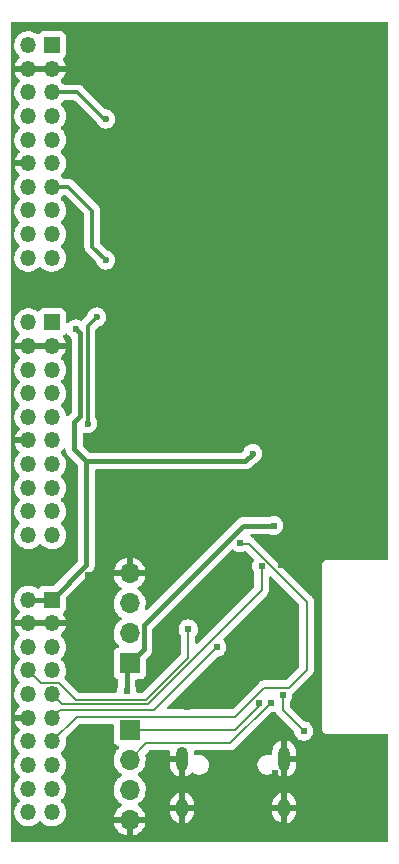
<source format=gbl>
%TF.GenerationSoftware,KiCad,Pcbnew,6.0.4-6f826c9f35~116~ubuntu18.04.1*%
%TF.CreationDate,2022-06-27T14:44:09+00:00*%
%TF.ProjectId,zynq-mipi,7a796e71-2d6d-4697-9069-2e6b69636164,rev?*%
%TF.SameCoordinates,Original*%
%TF.FileFunction,Copper,L2,Bot*%
%TF.FilePolarity,Positive*%
%FSLAX46Y46*%
G04 Gerber Fmt 4.6, Leading zero omitted, Abs format (unit mm)*
G04 Created by KiCad (PCBNEW 6.0.4-6f826c9f35~116~ubuntu18.04.1) date 2022-06-27 14:44:09*
%MOMM*%
%LPD*%
G01*
G04 APERTURE LIST*
%TA.AperFunction,ComponentPad*%
%ADD10R,1.350000X1.350000*%
%TD*%
%TA.AperFunction,ComponentPad*%
%ADD11O,1.350000X1.350000*%
%TD*%
%TA.AperFunction,ComponentPad*%
%ADD12R,1.700000X1.700000*%
%TD*%
%TA.AperFunction,ComponentPad*%
%ADD13O,1.700000X1.700000*%
%TD*%
%TA.AperFunction,ComponentPad*%
%ADD14O,1.000000X1.600000*%
%TD*%
%TA.AperFunction,ComponentPad*%
%ADD15O,1.000000X2.100000*%
%TD*%
%TA.AperFunction,ViaPad*%
%ADD16C,0.600000*%
%TD*%
%TA.AperFunction,ViaPad*%
%ADD17C,0.609600*%
%TD*%
%TA.AperFunction,Conductor*%
%ADD18C,0.406400*%
%TD*%
%TA.AperFunction,Conductor*%
%ADD19C,0.304800*%
%TD*%
%TA.AperFunction,Conductor*%
%ADD20C,0.203200*%
%TD*%
G04 APERTURE END LIST*
D10*
%TO.P,J4,1,Pin_1*%
%TO.N,+5V*%
X136514500Y-61938000D03*
D11*
%TO.P,J4,2,Pin_2*%
X134514500Y-61938000D03*
%TO.P,J4,3,Pin_3*%
%TO.N,GNDD*%
X136514500Y-63938000D03*
%TO.P,J4,4,Pin_4*%
X134514500Y-63938000D03*
%TO.P,J4,5,Pin_5*%
%TO.N,/D0_LP_N*%
X136514500Y-65938000D03*
%TO.P,J4,6,Pin_6*%
%TO.N,/ebaz4205/DATA1-6*%
X134514500Y-65938000D03*
%TO.P,J4,7,Pin_7*%
%TO.N,/D0_LP_P*%
X136514500Y-67938000D03*
%TO.P,J4,8,Pin_8*%
%TO.N,/D0_HS_N*%
X134514500Y-67938000D03*
%TO.P,J4,9,Pin_9*%
%TO.N,/D0_HS_P*%
X136514500Y-69938000D03*
%TO.P,J4,10,Pin_10*%
%TO.N,unconnected-(J4-Pad10)*%
X134514500Y-69938000D03*
%TO.P,J4,11,Pin_11*%
%TO.N,/ebaz4205/DATA1-11*%
X136514500Y-71938000D03*
%TO.P,J4,12,Pin_12*%
%TO.N,GNDD*%
X134514500Y-71938000D03*
%TO.P,J4,13,Pin_13*%
%TO.N,/CLK_LP_N*%
X136514500Y-73938000D03*
%TO.P,J4,14,Pin_14*%
%TO.N,/ebaz4205/DATA1-14*%
X134514500Y-73938000D03*
%TO.P,J4,15,Pin_15*%
%TO.N,/ebaz4205/DATA1-15*%
X136514500Y-75938000D03*
%TO.P,J4,16,Pin_16*%
%TO.N,/CLK_LP_P*%
X134514500Y-75938000D03*
%TO.P,J4,17,Pin_17*%
%TO.N,/CLK_HS_N*%
X136514500Y-77938000D03*
%TO.P,J4,18,Pin_18*%
%TO.N,/ebaz4205/DATA1-18*%
X134514500Y-77938000D03*
%TO.P,J4,19,Pin_19*%
%TO.N,/CLK_HS_P*%
X136514500Y-79938000D03*
%TO.P,J4,20,Pin_20*%
%TO.N,/ebaz4205/DATA1-20*%
X134514500Y-79938000D03*
%TD*%
D12*
%TO.P,J2,1,Pin_1*%
%TO.N,+3V3*%
X143095500Y-114290000D03*
D13*
%TO.P,J2,2,Pin_2*%
%TO.N,/I2C_SCL*%
X143095500Y-111750000D03*
%TO.P,J2,3,Pin_3*%
%TO.N,/I2C_SDA*%
X143095500Y-109210000D03*
%TO.P,J2,4,Pin_4*%
%TO.N,GNDD*%
X143095500Y-106670000D03*
%TD*%
D10*
%TO.P,J5,1,Pin_1*%
%TO.N,+5V*%
X136514500Y-85413000D03*
D11*
%TO.P,J5,2,Pin_2*%
X134514500Y-85413000D03*
%TO.P,J5,3,Pin_3*%
%TO.N,GNDD*%
X136514500Y-87413000D03*
%TO.P,J5,4,Pin_4*%
X134514500Y-87413000D03*
%TO.P,J5,5,Pin_5*%
%TO.N,/D1_HS_N*%
X136514500Y-89413000D03*
%TO.P,J5,6,Pin_6*%
%TO.N,/ebaz4205/DATA2-6*%
X134514500Y-89413000D03*
%TO.P,J5,7,Pin_7*%
%TO.N,/D1_HS_P*%
X136514500Y-91413000D03*
%TO.P,J5,8,Pin_8*%
%TO.N,/ebaz4205/DATA2-8*%
X134514500Y-91413000D03*
%TO.P,J5,9,Pin_9*%
%TO.N,/D1_LP_N*%
X136514500Y-93413000D03*
%TO.P,J5,10,Pin_10*%
%TO.N,unconnected-(J5-Pad10)*%
X134514500Y-93413000D03*
%TO.P,J5,11,Pin_11*%
%TO.N,/ebaz4205/DATA2-11*%
X136514500Y-95413000D03*
%TO.P,J5,12,Pin_12*%
%TO.N,GNDD*%
X134514500Y-95413000D03*
%TO.P,J5,13,Pin_13*%
%TO.N,/D1_LP_P*%
X136514500Y-97413000D03*
%TO.P,J5,14,Pin_14*%
%TO.N,/ebaz4205/DATA2-14*%
X134514500Y-97413000D03*
%TO.P,J5,15,Pin_15*%
%TO.N,/ebaz4205/DATA2-15*%
X136514500Y-99413000D03*
%TO.P,J5,16,Pin_16*%
%TO.N,/ebaz4205/DATA2-16*%
X134514500Y-99413000D03*
%TO.P,J5,17,Pin_17*%
%TO.N,/ebaz4205/DATA2-17*%
X136514500Y-101413000D03*
%TO.P,J5,18,Pin_18*%
%TO.N,/I2C_SDA*%
X134514500Y-101413000D03*
%TO.P,J5,19,Pin_19*%
%TO.N,/ebaz4205/DATA2-19*%
X136514500Y-103413000D03*
%TO.P,J5,20,Pin_20*%
%TO.N,/I2C_SCL*%
X134514500Y-103413000D03*
%TD*%
D14*
%TO.P,J3,S1,SHIELD*%
%TO.N,GNDD*%
X147538500Y-126526000D03*
X156178500Y-126526000D03*
D15*
X147538500Y-122346000D03*
X156178500Y-122346000D03*
%TD*%
D12*
%TO.P,J7,1,Pin_1*%
%TO.N,/esp_hosted/RXD*%
X143095500Y-119898000D03*
D13*
%TO.P,J7,2,Pin_2*%
%TO.N,/esp_hosted/TXD*%
X143095500Y-122438000D03*
%TO.P,J7,3,Pin_3*%
%TO.N,/esp_hosted/BOOT*%
X143095500Y-124978000D03*
%TO.P,J7,4,Pin_4*%
%TO.N,GNDD*%
X143095500Y-127518000D03*
%TD*%
D10*
%TO.P,J6,1,Pin_1*%
%TO.N,+5V*%
X136514500Y-108888000D03*
D11*
%TO.P,J6,2,Pin_2*%
X134514500Y-108888000D03*
%TO.P,J6,3,Pin_3*%
%TO.N,GNDD*%
X136514500Y-110888000D03*
%TO.P,J6,4,Pin_4*%
X134514500Y-110888000D03*
%TO.P,J6,5,Pin_5*%
%TO.N,/SCLK*%
X136514500Y-112888000D03*
%TO.P,J6,6,Pin_6*%
%TO.N,/MISO*%
X134514500Y-112888000D03*
%TO.P,J6,7,Pin_7*%
%TO.N,/MOSI*%
X136514500Y-114888000D03*
%TO.P,J6,8,Pin_8*%
%TO.N,/CS*%
X134514500Y-114888000D03*
%TO.P,J6,9,Pin_9*%
%TO.N,/HANDSHAKE*%
X136514500Y-116888000D03*
%TO.P,J6,10,Pin_10*%
%TO.N,unconnected-(J6-Pad10)*%
X134514500Y-116888000D03*
%TO.P,J6,11,Pin_11*%
%TO.N,/DATAREADY*%
X136514500Y-118888000D03*
%TO.P,J6,12,Pin_12*%
%TO.N,GNDD*%
X134514500Y-118888000D03*
%TO.P,J6,13,Pin_13*%
%TO.N,/RST*%
X136514500Y-120888000D03*
%TO.P,J6,14,Pin_14*%
%TO.N,/ebaz4205/DATA3-14*%
X134514500Y-120888000D03*
%TO.P,J6,15,Pin_15*%
%TO.N,/ebaz4205/DATA3-15*%
X136514500Y-122888000D03*
%TO.P,J6,16,Pin_16*%
%TO.N,/ebaz4205/DATA3-16*%
X134514500Y-122888000D03*
%TO.P,J6,17,Pin_17*%
%TO.N,/ebaz4205/DATA3-17*%
X136514500Y-124888000D03*
%TO.P,J6,18,Pin_18*%
%TO.N,/ebaz4205/DATA3-18*%
X134514500Y-124888000D03*
%TO.P,J6,19,Pin_19*%
%TO.N,/ebaz4205/DATA3-19*%
X136514500Y-126888000D03*
%TO.P,J6,20,Pin_20*%
%TO.N,/ebaz4205/DATA3-20*%
X134514500Y-126888000D03*
%TD*%
D16*
%TO.N,GNDD*%
X145635500Y-69596000D03*
X145635500Y-70739000D03*
X146905500Y-69596000D03*
X146905500Y-70739000D03*
X148556500Y-70866000D03*
X149826500Y-72009000D03*
X148556500Y-72009000D03*
X149826500Y-70866000D03*
X149953500Y-74168000D03*
X149953500Y-75311000D03*
X148683500Y-75311000D03*
X148683500Y-74168000D03*
X150207500Y-79375000D03*
X150207500Y-78232000D03*
X148937500Y-79375000D03*
X148937500Y-78232000D03*
X147667500Y-81661000D03*
X146397500Y-81661000D03*
X147667500Y-82804000D03*
X146397500Y-82804000D03*
X144111500Y-82931000D03*
X142841500Y-81788000D03*
X144111500Y-81788000D03*
X142841500Y-82931000D03*
X140047500Y-82931000D03*
X141317500Y-81788000D03*
X140047500Y-81788000D03*
X141317500Y-82931000D03*
X142587500Y-71374000D03*
X143857500Y-71374000D03*
X142587500Y-70231000D03*
X143857500Y-70231000D03*
X140555500Y-72136000D03*
X139285500Y-72136000D03*
X139285500Y-70993000D03*
X140555500Y-70993000D03*
X150207500Y-62865000D03*
X148937500Y-61722000D03*
X150207500Y-61722000D03*
X148937500Y-62865000D03*
X153382500Y-73025000D03*
X154652500Y-73025000D03*
X159224500Y-74422000D03*
X159224500Y-73279000D03*
X160494500Y-74422000D03*
X160494500Y-73279000D03*
X160240500Y-76454000D03*
X160240500Y-77597000D03*
X158970500Y-77597000D03*
X158970500Y-76454000D03*
X155160500Y-81153000D03*
X153890500Y-81153000D03*
X153890500Y-80010000D03*
X155160500Y-80010000D03*
X151858500Y-82042000D03*
X153128500Y-83185000D03*
X151858500Y-83185000D03*
X153128500Y-82042000D03*
X151731500Y-84963000D03*
X153001500Y-86106000D03*
X153001500Y-84963000D03*
X151731500Y-86106000D03*
X151731500Y-88138000D03*
X151731500Y-89281000D03*
X150461500Y-89281000D03*
X150461500Y-88138000D03*
X154652500Y-86106000D03*
X155922500Y-84963000D03*
X154652500Y-84963000D03*
X155922500Y-86106000D03*
X157319500Y-84963000D03*
X157319500Y-86106000D03*
X158589500Y-86106000D03*
X158589500Y-84963000D03*
X148810500Y-92710000D03*
X150080500Y-91567000D03*
X150080500Y-92710000D03*
X148810500Y-91567000D03*
X150080500Y-94234000D03*
X150080500Y-95377000D03*
X148810500Y-95377000D03*
X148810500Y-94234000D03*
X145889500Y-94234000D03*
X147159500Y-95377000D03*
X147159500Y-94234000D03*
X145889500Y-95377000D03*
X143095500Y-95377000D03*
X144365500Y-94234000D03*
X144365500Y-95377000D03*
X143095500Y-94234000D03*
X144365500Y-99314000D03*
X144365500Y-98171000D03*
X143095500Y-98171000D03*
X143095500Y-99314000D03*
X146143500Y-99314000D03*
X146143500Y-98171000D03*
X147413500Y-98171000D03*
X147413500Y-99314000D03*
X143095500Y-103251000D03*
X143095500Y-102108000D03*
X144365500Y-102108000D03*
X144365500Y-103251000D03*
X147413500Y-102108000D03*
X146143500Y-103251000D03*
X147413500Y-103251000D03*
X146143500Y-102108000D03*
X149445500Y-102870000D03*
X150715500Y-101727000D03*
X149445500Y-101727000D03*
X150715500Y-102870000D03*
X153128500Y-99568000D03*
X151858500Y-100711000D03*
X153128500Y-100711000D03*
X151858500Y-99568000D03*
X156430500Y-89408000D03*
X155160500Y-90551000D03*
X155160500Y-89408000D03*
X156430500Y-90551000D03*
X157700500Y-90551000D03*
X157700500Y-89408000D03*
X158970500Y-90551000D03*
X158970500Y-89408000D03*
X160367500Y-90551000D03*
X161637500Y-90551000D03*
X161637500Y-89408000D03*
X160367500Y-89408000D03*
X164050500Y-96647000D03*
X162780500Y-96647000D03*
X162780500Y-95504000D03*
X164050500Y-95504000D03*
X164050500Y-98298000D03*
X162780500Y-99441000D03*
X162780500Y-98298000D03*
X164050500Y-99441000D03*
X162780500Y-101219000D03*
X164050500Y-102362000D03*
X162780500Y-102362000D03*
X164050500Y-101219000D03*
X160367500Y-67437000D03*
X159097500Y-67437000D03*
X160494500Y-72009000D03*
X159224500Y-72009000D03*
X159224500Y-70612000D03*
X160494500Y-70612000D03*
X155033500Y-67310000D03*
X155160500Y-70485000D03*
X153890500Y-70485000D03*
D17*
X139539500Y-110109000D03*
D16*
X148175500Y-67056000D03*
D17*
X139666500Y-125349000D03*
X153382500Y-124206000D03*
X160748500Y-125730000D03*
X164304500Y-127127000D03*
X160748500Y-123825000D03*
X139539500Y-106807000D03*
X151350500Y-117221000D03*
D16*
X149445500Y-67056000D03*
D17*
X150207500Y-124206000D03*
X151985500Y-108712000D03*
X150715500Y-114808000D03*
D16*
X148175500Y-68199000D03*
D17*
X139666500Y-122555000D03*
X147921500Y-117983000D03*
D16*
X149445500Y-68199000D03*
D17*
X155925600Y-105984049D03*
X150461500Y-109728000D03*
X155414500Y-123571000D03*
D16*
%TO.N,+5V*%
X138523500Y-85979000D03*
X153509500Y-96520000D03*
D17*
%TO.N,+3V3*%
X142841500Y-116586000D03*
X155287500Y-102616000D03*
D16*
%TO.N,/D1_LP_P*%
X140301500Y-84963000D03*
X139539500Y-93980000D03*
%TO.N,/D0_LP_N*%
X141063500Y-68199000D03*
%TO.N,/CLK_LP_N*%
X141063500Y-80137000D03*
D17*
%TO.N,/RST*%
X152430000Y-104076500D03*
%TO.N,/CS*%
X148048500Y-111379000D03*
%TO.N,/HANDSHAKE*%
X154271500Y-106045000D03*
%TO.N,/DATAREADY*%
X150461500Y-112903000D03*
%TO.N,Net-(R21-Pad2)*%
X157827500Y-120015000D03*
X156049500Y-116967000D03*
%TO.N,/esp_hosted/RXD*%
X154017500Y-117602000D03*
%TO.N,/esp_hosted/TXD*%
X155033500Y-117602000D03*
%TD*%
D18*
%TO.N,+5V*%
X138523500Y-85979000D02*
X138883899Y-86339399D01*
X138396500Y-96139000D02*
X139412500Y-97155000D01*
X138396500Y-93853000D02*
X138396500Y-96012000D01*
X139412500Y-97155000D02*
X139412500Y-105990000D01*
X152874500Y-97155000D02*
X153509500Y-96520000D01*
X138396500Y-96012000D02*
X138396500Y-96139000D01*
X139412500Y-97155000D02*
X152874500Y-97155000D01*
X136514500Y-108888000D02*
X134514500Y-108888000D01*
X139412500Y-105990000D02*
X136514500Y-108888000D01*
X138883899Y-86339399D02*
X138883899Y-93365601D01*
X138883899Y-93365601D02*
X138396500Y-93853000D01*
%TO.N,+3V3*%
X152747500Y-102616000D02*
X155287500Y-102616000D01*
X142841500Y-114544000D02*
X143095500Y-114290000D01*
X152620500Y-102743000D02*
X152747500Y-102616000D01*
X144300611Y-113084889D02*
X144300611Y-111062889D01*
X143095500Y-114290000D02*
X144300611Y-113084889D01*
X144300611Y-111062889D02*
X152620500Y-102743000D01*
X142841500Y-116586000D02*
X142841500Y-114544000D01*
D19*
%TO.N,/D1_LP_P*%
X139539500Y-93980000D02*
X139539500Y-85725000D01*
X139539500Y-85725000D02*
X140301500Y-84963000D01*
%TO.N,/D0_LP_N*%
X140936500Y-68199000D02*
X141063500Y-68199000D01*
X136514500Y-65938000D02*
X138675500Y-65938000D01*
X138675500Y-65938000D02*
X140936500Y-68199000D01*
%TO.N,/CLK_LP_N*%
X136514500Y-73938000D02*
X137912500Y-73938000D01*
X139920500Y-75946000D02*
X139920500Y-78994000D01*
X137912500Y-73938000D02*
X139920500Y-75946000D01*
X139920500Y-78994000D02*
X141063500Y-80137000D01*
D20*
%TO.N,/RST*%
X158081500Y-110617000D02*
X158081500Y-109065428D01*
X158081500Y-114808000D02*
X158081500Y-110617000D01*
X138608011Y-118794489D02*
X152035439Y-118794489D01*
X154497928Y-116332000D02*
X156557500Y-116332000D01*
X152493500Y-104140000D02*
X152430000Y-104076500D01*
X156557500Y-116332000D02*
X158081500Y-114808000D01*
X152035439Y-118794489D02*
X154497928Y-116332000D01*
X158081500Y-109065428D02*
X153156072Y-104140000D01*
X153001500Y-104140000D02*
X152493500Y-104140000D01*
X136514500Y-120888000D02*
X138608011Y-118794489D01*
X153156072Y-104140000D02*
X153001500Y-104140000D01*
%TO.N,/CS*%
X135585989Y-115959489D02*
X137109109Y-115959489D01*
X134514500Y-114888000D02*
X135585989Y-115959489D01*
X148048500Y-113797784D02*
X148048500Y-111379000D01*
X137109109Y-115959489D02*
X138523500Y-117373880D01*
X144472404Y-117373880D02*
X148048500Y-113797784D01*
X138523500Y-117373880D02*
X144472404Y-117373880D01*
%TO.N,/HANDSHAKE*%
X154271500Y-108077000D02*
X154271500Y-106045000D01*
X136514500Y-116888000D02*
X137355500Y-117729000D01*
X144619500Y-117729000D02*
X154271500Y-108077000D01*
X137355500Y-117729000D02*
X144619500Y-117729000D01*
%TO.N,/DATAREADY*%
X137189500Y-118213000D02*
X145151500Y-118213000D01*
X145151500Y-118213000D02*
X150461500Y-112903000D01*
X136514500Y-118888000D02*
X137189500Y-118213000D01*
%TO.N,Net-(R21-Pad2)*%
X156049500Y-118237000D02*
X156049500Y-116967000D01*
X157827500Y-120015000D02*
X156049500Y-118237000D01*
%TO.N,/esp_hosted/RXD*%
X154017500Y-117856000D02*
X154017500Y-117602000D01*
X151975500Y-119898000D02*
X154017500Y-117856000D01*
X143095500Y-119898000D02*
X151975500Y-119898000D01*
%TO.N,/esp_hosted/TXD*%
X151593020Y-121042480D02*
X155033500Y-117602000D01*
X144491020Y-121042480D02*
X151593020Y-121042480D01*
X143095500Y-122438000D02*
X144491020Y-121042480D01*
%TD*%
%TA.AperFunction,Conductor*%
%TO.N,GNDD*%
G36*
X164948121Y-59966502D02*
G01*
X164994614Y-60020158D01*
X165006000Y-60072500D01*
X165006000Y-105410500D01*
X164985998Y-105478621D01*
X164932342Y-105525114D01*
X164880000Y-105536500D01*
X159868123Y-105536500D01*
X159867353Y-105536498D01*
X159866537Y-105536493D01*
X159789779Y-105536024D01*
X159767418Y-105542415D01*
X159761347Y-105544150D01*
X159744585Y-105547728D01*
X159715313Y-105551920D01*
X159707145Y-105555634D01*
X159707144Y-105555634D01*
X159691938Y-105562548D01*
X159674414Y-105568996D01*
X159649729Y-105576051D01*
X159642135Y-105580843D01*
X159642132Y-105580844D01*
X159624720Y-105591830D01*
X159609637Y-105599969D01*
X159582718Y-105612208D01*
X159575916Y-105618069D01*
X159563265Y-105628970D01*
X159548261Y-105640073D01*
X159526542Y-105653776D01*
X159520603Y-105660501D01*
X159520599Y-105660504D01*
X159506968Y-105675938D01*
X159494776Y-105687982D01*
X159479173Y-105701427D01*
X159479171Y-105701430D01*
X159472373Y-105707287D01*
X159467493Y-105714816D01*
X159467492Y-105714817D01*
X159458406Y-105728835D01*
X159447115Y-105743709D01*
X159436069Y-105756217D01*
X159430122Y-105762951D01*
X159417558Y-105789711D01*
X159409237Y-105804691D01*
X159398029Y-105821983D01*
X159398027Y-105821988D01*
X159393148Y-105829515D01*
X159390578Y-105838108D01*
X159390576Y-105838113D01*
X159385789Y-105854120D01*
X159379128Y-105871564D01*
X159368219Y-105894800D01*
X159366838Y-105903667D01*
X159366838Y-105903668D01*
X159363670Y-105924015D01*
X159359887Y-105940732D01*
X159353985Y-105960466D01*
X159353984Y-105960472D01*
X159351414Y-105969066D01*
X159351359Y-105978037D01*
X159351359Y-105978038D01*
X159351204Y-106003497D01*
X159351171Y-106004289D01*
X159351000Y-106005386D01*
X159351000Y-106036377D01*
X159350998Y-106037147D01*
X159350524Y-106114721D01*
X159350908Y-106116065D01*
X159351000Y-106117410D01*
X159351000Y-119752377D01*
X159350998Y-119753147D01*
X159350524Y-119830721D01*
X159352991Y-119839352D01*
X159358650Y-119859153D01*
X159362228Y-119875915D01*
X159366420Y-119905187D01*
X159370134Y-119913355D01*
X159370134Y-119913356D01*
X159377048Y-119928562D01*
X159383496Y-119946086D01*
X159390551Y-119970771D01*
X159395343Y-119978365D01*
X159395344Y-119978368D01*
X159406330Y-119995780D01*
X159414469Y-120010863D01*
X159426708Y-120037782D01*
X159432569Y-120044584D01*
X159443470Y-120057235D01*
X159454573Y-120072239D01*
X159468276Y-120093958D01*
X159475001Y-120099897D01*
X159475004Y-120099901D01*
X159490438Y-120113532D01*
X159502482Y-120125724D01*
X159515927Y-120141327D01*
X159515930Y-120141329D01*
X159521787Y-120148127D01*
X159529316Y-120153007D01*
X159529317Y-120153008D01*
X159543335Y-120162094D01*
X159558209Y-120173385D01*
X159570717Y-120184431D01*
X159577451Y-120190378D01*
X159604211Y-120202942D01*
X159619191Y-120211263D01*
X159636483Y-120222471D01*
X159636488Y-120222473D01*
X159644015Y-120227352D01*
X159652608Y-120229922D01*
X159652613Y-120229924D01*
X159668620Y-120234711D01*
X159686064Y-120241372D01*
X159701176Y-120248467D01*
X159701178Y-120248468D01*
X159709300Y-120252281D01*
X159718167Y-120253662D01*
X159718168Y-120253662D01*
X159727810Y-120255163D01*
X159738517Y-120256830D01*
X159755232Y-120260613D01*
X159774966Y-120266515D01*
X159774972Y-120266516D01*
X159783566Y-120269086D01*
X159792537Y-120269141D01*
X159792538Y-120269141D01*
X159802597Y-120269202D01*
X159818006Y-120269296D01*
X159818789Y-120269329D01*
X159819886Y-120269500D01*
X159850877Y-120269500D01*
X159851647Y-120269502D01*
X159925285Y-120269952D01*
X159925286Y-120269952D01*
X159929221Y-120269976D01*
X159930565Y-120269592D01*
X159931910Y-120269500D01*
X164880000Y-120269500D01*
X164948121Y-120289502D01*
X164994614Y-120343158D01*
X165006000Y-120395500D01*
X165006000Y-129303500D01*
X164985998Y-129371621D01*
X164932342Y-129418114D01*
X164880000Y-129429500D01*
X133149000Y-129429500D01*
X133080879Y-129409498D01*
X133034386Y-129355842D01*
X133023000Y-129303500D01*
X133023000Y-126856887D01*
X133326337Y-126856887D01*
X133340563Y-127073933D01*
X133341984Y-127079529D01*
X133341985Y-127079534D01*
X133374123Y-127206076D01*
X133394105Y-127284753D01*
X133485168Y-127482285D01*
X133610704Y-127659914D01*
X133766509Y-127811692D01*
X133947363Y-127932536D01*
X133952671Y-127934817D01*
X133952672Y-127934817D01*
X134141909Y-128016119D01*
X134141912Y-128016120D01*
X134147212Y-128018397D01*
X134152842Y-128019671D01*
X134250964Y-128041874D01*
X134359360Y-128066402D01*
X134365131Y-128066629D01*
X134365133Y-128066629D01*
X134438120Y-128069496D01*
X134576705Y-128074941D01*
X134791966Y-128043730D01*
X134797430Y-128041875D01*
X134797435Y-128041874D01*
X134992463Y-127975671D01*
X134992468Y-127975669D01*
X134997935Y-127973813D01*
X135187713Y-127867532D01*
X135354946Y-127728446D01*
X135414752Y-127656537D01*
X135473689Y-127616953D01*
X135544671Y-127615517D01*
X135607413Y-127655258D01*
X135610704Y-127659914D01*
X135614846Y-127663949D01*
X135614848Y-127663951D01*
X135681054Y-127728446D01*
X135766509Y-127811692D01*
X135947363Y-127932536D01*
X135952671Y-127934817D01*
X135952672Y-127934817D01*
X136141909Y-128016119D01*
X136141912Y-128016120D01*
X136147212Y-128018397D01*
X136152842Y-128019671D01*
X136250964Y-128041874D01*
X136359360Y-128066402D01*
X136365131Y-128066629D01*
X136365133Y-128066629D01*
X136438120Y-128069496D01*
X136576705Y-128074941D01*
X136791966Y-128043730D01*
X136797430Y-128041875D01*
X136797435Y-128041874D01*
X136992463Y-127975671D01*
X136992468Y-127975669D01*
X136997935Y-127973813D01*
X137187713Y-127867532D01*
X137285786Y-127785966D01*
X141763757Y-127785966D01*
X141794065Y-127920446D01*
X141797145Y-127930275D01*
X141877270Y-128127603D01*
X141881913Y-128136794D01*
X141993194Y-128318388D01*
X141999277Y-128326699D01*
X142138713Y-128487667D01*
X142146080Y-128494883D01*
X142309934Y-128630916D01*
X142318381Y-128636831D01*
X142502256Y-128744279D01*
X142511542Y-128748729D01*
X142710501Y-128824703D01*
X142720399Y-128827579D01*
X142823750Y-128848606D01*
X142837799Y-128847410D01*
X142841500Y-128837065D01*
X142841500Y-128836517D01*
X143349500Y-128836517D01*
X143353564Y-128850359D01*
X143366978Y-128852393D01*
X143373684Y-128851534D01*
X143383762Y-128849392D01*
X143587755Y-128788191D01*
X143597342Y-128784433D01*
X143788595Y-128690739D01*
X143797445Y-128685464D01*
X143970828Y-128561792D01*
X143978700Y-128555139D01*
X144129552Y-128404812D01*
X144136230Y-128396965D01*
X144260503Y-128224020D01*
X144265813Y-128215183D01*
X144360170Y-128024267D01*
X144363969Y-128014672D01*
X144425877Y-127810910D01*
X144428055Y-127800837D01*
X144429486Y-127789962D01*
X144427275Y-127775778D01*
X144414117Y-127772000D01*
X143367615Y-127772000D01*
X143352376Y-127776475D01*
X143351171Y-127777865D01*
X143349500Y-127785548D01*
X143349500Y-128836517D01*
X142841500Y-128836517D01*
X142841500Y-127790115D01*
X142837025Y-127774876D01*
X142835635Y-127773671D01*
X142827952Y-127772000D01*
X141778725Y-127772000D01*
X141765194Y-127775973D01*
X141763757Y-127785966D01*
X137285786Y-127785966D01*
X137354946Y-127728446D01*
X137494032Y-127561213D01*
X137588325Y-127392841D01*
X137597489Y-127376478D01*
X137597490Y-127376476D01*
X137600313Y-127371435D01*
X137602169Y-127365968D01*
X137602171Y-127365963D01*
X137668374Y-127170935D01*
X137668375Y-127170930D01*
X137670230Y-127165466D01*
X137701441Y-126950205D01*
X137703070Y-126888000D01*
X137683167Y-126671400D01*
X137624126Y-126462055D01*
X137548987Y-126309687D01*
X137530478Y-126272155D01*
X137527923Y-126266974D01*
X137414600Y-126115215D01*
X137401233Y-126097315D01*
X137401232Y-126097314D01*
X137397780Y-126092691D01*
X137318249Y-126019173D01*
X137275578Y-125979729D01*
X137239133Y-125918800D01*
X137241414Y-125847840D01*
X137280538Y-125790330D01*
X137350508Y-125732137D01*
X137354946Y-125728446D01*
X137494032Y-125561213D01*
X137589795Y-125390216D01*
X137597489Y-125376478D01*
X137597490Y-125376476D01*
X137600313Y-125371435D01*
X137602169Y-125365968D01*
X137602171Y-125365963D01*
X137668374Y-125170935D01*
X137668375Y-125170930D01*
X137670230Y-125165466D01*
X137701441Y-124950205D01*
X137703070Y-124888000D01*
X137683167Y-124671400D01*
X137624126Y-124462055D01*
X137527923Y-124266974D01*
X137437795Y-124146277D01*
X137401233Y-124097315D01*
X137401232Y-124097314D01*
X137397780Y-124092691D01*
X137275578Y-123979729D01*
X137239133Y-123918800D01*
X137241414Y-123847840D01*
X137280538Y-123790330D01*
X137350508Y-123732137D01*
X137354946Y-123728446D01*
X137494032Y-123561213D01*
X137600313Y-123371435D01*
X137602169Y-123365968D01*
X137602171Y-123365963D01*
X137668374Y-123170935D01*
X137668375Y-123170930D01*
X137670230Y-123165466D01*
X137701441Y-122950205D01*
X137703070Y-122888000D01*
X137683167Y-122671400D01*
X137672272Y-122632767D01*
X137625695Y-122467619D01*
X137624126Y-122462055D01*
X137527923Y-122266974D01*
X137491353Y-122218000D01*
X137401233Y-122097315D01*
X137401232Y-122097314D01*
X137397780Y-122092691D01*
X137392192Y-122087525D01*
X137275578Y-121979729D01*
X137239133Y-121918800D01*
X137241414Y-121847840D01*
X137280538Y-121790330D01*
X137350508Y-121732137D01*
X137354946Y-121728446D01*
X137494032Y-121561213D01*
X137564866Y-121434730D01*
X137597489Y-121376478D01*
X137597490Y-121376476D01*
X137600313Y-121371435D01*
X137602169Y-121365968D01*
X137602171Y-121365963D01*
X137668374Y-121170935D01*
X137668375Y-121170930D01*
X137670230Y-121165466D01*
X137701441Y-120950205D01*
X137703070Y-120888000D01*
X137689979Y-120745533D01*
X137683696Y-120677152D01*
X137683695Y-120677147D01*
X137683167Y-120671400D01*
X137681600Y-120665843D01*
X137680838Y-120661733D01*
X137688092Y-120591108D01*
X137715633Y-120549678D01*
X138262270Y-120003042D01*
X138823818Y-119441494D01*
X138886130Y-119407468D01*
X138912913Y-119404589D01*
X141611000Y-119404589D01*
X141679121Y-119424591D01*
X141725614Y-119478247D01*
X141737000Y-119530589D01*
X141737000Y-120796134D01*
X141743755Y-120858316D01*
X141794885Y-120994705D01*
X141882239Y-121111261D01*
X141998795Y-121198615D01*
X142007204Y-121201767D01*
X142007205Y-121201768D01*
X142115951Y-121242535D01*
X142172716Y-121285176D01*
X142197416Y-121351738D01*
X142182209Y-121421087D01*
X142162816Y-121447568D01*
X142081727Y-121532423D01*
X142036129Y-121580138D01*
X142033215Y-121584410D01*
X142033214Y-121584411D01*
X141978957Y-121663949D01*
X141910243Y-121764680D01*
X141863215Y-121865993D01*
X141820728Y-121957525D01*
X141816188Y-121967305D01*
X141756489Y-122182570D01*
X141732751Y-122404695D01*
X141733048Y-122409848D01*
X141733048Y-122409851D01*
X141738511Y-122504590D01*
X141745610Y-122627715D01*
X141746747Y-122632761D01*
X141746748Y-122632767D01*
X141754201Y-122665836D01*
X141794722Y-122845639D01*
X141878766Y-123052616D01*
X141995487Y-123243088D01*
X142141750Y-123411938D01*
X142227534Y-123483157D01*
X142304842Y-123547339D01*
X142313626Y-123554632D01*
X142379542Y-123593150D01*
X142386945Y-123597476D01*
X142435669Y-123649114D01*
X142448740Y-123718897D01*
X142422009Y-123784669D01*
X142381555Y-123818027D01*
X142369107Y-123824507D01*
X142364974Y-123827610D01*
X142364971Y-123827612D01*
X142194600Y-123955530D01*
X142190465Y-123958635D01*
X142186893Y-123962373D01*
X142040834Y-124115215D01*
X142036129Y-124120138D01*
X141910243Y-124304680D01*
X141894503Y-124338590D01*
X141834610Y-124467619D01*
X141816188Y-124507305D01*
X141756489Y-124722570D01*
X141732751Y-124944695D01*
X141733048Y-124949848D01*
X141733048Y-124949851D01*
X141745151Y-125159752D01*
X141745610Y-125167715D01*
X141746747Y-125172761D01*
X141746748Y-125172767D01*
X141764926Y-125253425D01*
X141794722Y-125385639D01*
X141878766Y-125592616D01*
X141995487Y-125783088D01*
X142141750Y-125951938D01*
X142313626Y-126094632D01*
X142348850Y-126115215D01*
X142387455Y-126137774D01*
X142436179Y-126189412D01*
X142449250Y-126259195D01*
X142422519Y-126324967D01*
X142382062Y-126358327D01*
X142373957Y-126362546D01*
X142365238Y-126368036D01*
X142194933Y-126495905D01*
X142187226Y-126502748D01*
X142040090Y-126656717D01*
X142033604Y-126664727D01*
X141913598Y-126840649D01*
X141908500Y-126849623D01*
X141818838Y-127042783D01*
X141815275Y-127052470D01*
X141759889Y-127252183D01*
X141761412Y-127260607D01*
X141773792Y-127264000D01*
X144413844Y-127264000D01*
X144427375Y-127260027D01*
X144428680Y-127250947D01*
X144386714Y-127083875D01*
X144383394Y-127074124D01*
X144298472Y-126878814D01*
X144295170Y-126872657D01*
X146530500Y-126872657D01*
X146530801Y-126878805D01*
X146544312Y-127016603D01*
X146546695Y-127028638D01*
X146600267Y-127206076D01*
X146604941Y-127217416D01*
X146691960Y-127381077D01*
X146698749Y-127391294D01*
X146815897Y-127534933D01*
X146824541Y-127543637D01*
X146967356Y-127661784D01*
X146977527Y-127668644D01*
X147140576Y-127756804D01*
X147151881Y-127761556D01*
X147267192Y-127797250D01*
X147281295Y-127797456D01*
X147284500Y-127790701D01*
X147284500Y-127783924D01*
X147792500Y-127783924D01*
X147796473Y-127797455D01*
X147804268Y-127798575D01*
X147912021Y-127766862D01*
X147923389Y-127762269D01*
X148087654Y-127676393D01*
X148097915Y-127669679D01*
X148242373Y-127553532D01*
X148251132Y-127544954D01*
X148370278Y-127402961D01*
X148377208Y-127392841D01*
X148466502Y-127230415D01*
X148471334Y-127219142D01*
X148527380Y-127042462D01*
X148529930Y-127030468D01*
X148546107Y-126886239D01*
X148546500Y-126879215D01*
X148546500Y-126872657D01*
X155170500Y-126872657D01*
X155170801Y-126878805D01*
X155184312Y-127016603D01*
X155186695Y-127028638D01*
X155240267Y-127206076D01*
X155244941Y-127217416D01*
X155331960Y-127381077D01*
X155338749Y-127391294D01*
X155455897Y-127534933D01*
X155464541Y-127543637D01*
X155607356Y-127661784D01*
X155617527Y-127668644D01*
X155780576Y-127756804D01*
X155791881Y-127761556D01*
X155907192Y-127797250D01*
X155921295Y-127797456D01*
X155924500Y-127790701D01*
X155924500Y-127783924D01*
X156432500Y-127783924D01*
X156436473Y-127797455D01*
X156444268Y-127798575D01*
X156552021Y-127766862D01*
X156563389Y-127762269D01*
X156727654Y-127676393D01*
X156737915Y-127669679D01*
X156882373Y-127553532D01*
X156891132Y-127544954D01*
X157010278Y-127402961D01*
X157017208Y-127392841D01*
X157106502Y-127230415D01*
X157111334Y-127219142D01*
X157167380Y-127042462D01*
X157169930Y-127030468D01*
X157186107Y-126886239D01*
X157186500Y-126879215D01*
X157186500Y-126798115D01*
X157182025Y-126782876D01*
X157180635Y-126781671D01*
X157172952Y-126780000D01*
X156450615Y-126780000D01*
X156435376Y-126784475D01*
X156434171Y-126785865D01*
X156432500Y-126793548D01*
X156432500Y-127783924D01*
X155924500Y-127783924D01*
X155924500Y-126798115D01*
X155920025Y-126782876D01*
X155918635Y-126781671D01*
X155910952Y-126780000D01*
X155188615Y-126780000D01*
X155173376Y-126784475D01*
X155172171Y-126785865D01*
X155170500Y-126793548D01*
X155170500Y-126872657D01*
X148546500Y-126872657D01*
X148546500Y-126798115D01*
X148542025Y-126782876D01*
X148540635Y-126781671D01*
X148532952Y-126780000D01*
X147810615Y-126780000D01*
X147795376Y-126784475D01*
X147794171Y-126785865D01*
X147792500Y-126793548D01*
X147792500Y-127783924D01*
X147284500Y-127783924D01*
X147284500Y-126798115D01*
X147280025Y-126782876D01*
X147278635Y-126781671D01*
X147270952Y-126780000D01*
X146548615Y-126780000D01*
X146533376Y-126784475D01*
X146532171Y-126785865D01*
X146530500Y-126793548D01*
X146530500Y-126872657D01*
X144295170Y-126872657D01*
X144293605Y-126869739D01*
X144177926Y-126690926D01*
X144171636Y-126682757D01*
X144028306Y-126525240D01*
X144020773Y-126518215D01*
X143853639Y-126386222D01*
X143845056Y-126380520D01*
X143808102Y-126360120D01*
X143758131Y-126309687D01*
X143746261Y-126253885D01*
X146530500Y-126253885D01*
X146534975Y-126269124D01*
X146536365Y-126270329D01*
X146544048Y-126272000D01*
X147266385Y-126272000D01*
X147281624Y-126267525D01*
X147282829Y-126266135D01*
X147284500Y-126258452D01*
X147284500Y-126253885D01*
X147792500Y-126253885D01*
X147796975Y-126269124D01*
X147798365Y-126270329D01*
X147806048Y-126272000D01*
X148528385Y-126272000D01*
X148543624Y-126267525D01*
X148544829Y-126266135D01*
X148546500Y-126258452D01*
X148546500Y-126253885D01*
X155170500Y-126253885D01*
X155174975Y-126269124D01*
X155176365Y-126270329D01*
X155184048Y-126272000D01*
X155906385Y-126272000D01*
X155921624Y-126267525D01*
X155922829Y-126266135D01*
X155924500Y-126258452D01*
X155924500Y-126253885D01*
X156432500Y-126253885D01*
X156436975Y-126269124D01*
X156438365Y-126270329D01*
X156446048Y-126272000D01*
X157168385Y-126272000D01*
X157183624Y-126267525D01*
X157184829Y-126266135D01*
X157186500Y-126258452D01*
X157186500Y-126179343D01*
X157186199Y-126173195D01*
X157172688Y-126035397D01*
X157170305Y-126023362D01*
X157116733Y-125845924D01*
X157112059Y-125834584D01*
X157025040Y-125670923D01*
X157018251Y-125660706D01*
X156901103Y-125517067D01*
X156892459Y-125508363D01*
X156749644Y-125390216D01*
X156739473Y-125383356D01*
X156576424Y-125295196D01*
X156565119Y-125290444D01*
X156449808Y-125254750D01*
X156435705Y-125254544D01*
X156432500Y-125261299D01*
X156432500Y-126253885D01*
X155924500Y-126253885D01*
X155924500Y-125268076D01*
X155920527Y-125254545D01*
X155912732Y-125253425D01*
X155804979Y-125285138D01*
X155793611Y-125289731D01*
X155629346Y-125375607D01*
X155619085Y-125382321D01*
X155474627Y-125498468D01*
X155465868Y-125507046D01*
X155346722Y-125649039D01*
X155339792Y-125659159D01*
X155250498Y-125821585D01*
X155245666Y-125832858D01*
X155189620Y-126009538D01*
X155187070Y-126021532D01*
X155170893Y-126165761D01*
X155170500Y-126172785D01*
X155170500Y-126253885D01*
X148546500Y-126253885D01*
X148546500Y-126179343D01*
X148546199Y-126173195D01*
X148532688Y-126035397D01*
X148530305Y-126023362D01*
X148476733Y-125845924D01*
X148472059Y-125834584D01*
X148385040Y-125670923D01*
X148378251Y-125660706D01*
X148261103Y-125517067D01*
X148252459Y-125508363D01*
X148109644Y-125390216D01*
X148099473Y-125383356D01*
X147936424Y-125295196D01*
X147925119Y-125290444D01*
X147809808Y-125254750D01*
X147795705Y-125254544D01*
X147792500Y-125261299D01*
X147792500Y-126253885D01*
X147284500Y-126253885D01*
X147284500Y-125268076D01*
X147280527Y-125254545D01*
X147272732Y-125253425D01*
X147164979Y-125285138D01*
X147153611Y-125289731D01*
X146989346Y-125375607D01*
X146979085Y-125382321D01*
X146834627Y-125498468D01*
X146825868Y-125507046D01*
X146706722Y-125649039D01*
X146699792Y-125659159D01*
X146610498Y-125821585D01*
X146605666Y-125832858D01*
X146549620Y-126009538D01*
X146547070Y-126021532D01*
X146530893Y-126165761D01*
X146530500Y-126172785D01*
X146530500Y-126253885D01*
X143746261Y-126253885D01*
X143743359Y-126240245D01*
X143768475Y-126173839D01*
X143795827Y-126147232D01*
X143824658Y-126126667D01*
X143975360Y-126019173D01*
X144133596Y-125861489D01*
X144193094Y-125778689D01*
X144260935Y-125684277D01*
X144263953Y-125680077D01*
X144274292Y-125659159D01*
X144360636Y-125484453D01*
X144360637Y-125484451D01*
X144362930Y-125479811D01*
X144420464Y-125290444D01*
X144426365Y-125271023D01*
X144426365Y-125271021D01*
X144427870Y-125266069D01*
X144457029Y-125044590D01*
X144458656Y-124978000D01*
X144440352Y-124755361D01*
X144385931Y-124538702D01*
X144296854Y-124333840D01*
X144233639Y-124236124D01*
X144178322Y-124150617D01*
X144178320Y-124150614D01*
X144175514Y-124146277D01*
X144025170Y-123981051D01*
X144021119Y-123977852D01*
X144021115Y-123977848D01*
X143853914Y-123845800D01*
X143853910Y-123845798D01*
X143849859Y-123842598D01*
X143808553Y-123819796D01*
X143758584Y-123769364D01*
X143743812Y-123699921D01*
X143768928Y-123633516D01*
X143796280Y-123606909D01*
X143840103Y-123575650D01*
X143975360Y-123479173D01*
X144003555Y-123451077D01*
X144056709Y-123398107D01*
X144133596Y-123321489D01*
X144193094Y-123238689D01*
X144260935Y-123144277D01*
X144263953Y-123140077D01*
X144284434Y-123098638D01*
X144360636Y-122944453D01*
X144360637Y-122944451D01*
X144361524Y-122942657D01*
X146530500Y-122942657D01*
X146530801Y-122948805D01*
X146544312Y-123086603D01*
X146546695Y-123098638D01*
X146600267Y-123276076D01*
X146604941Y-123287416D01*
X146691960Y-123451077D01*
X146698749Y-123461294D01*
X146815897Y-123604933D01*
X146824541Y-123613637D01*
X146967356Y-123731784D01*
X146977527Y-123738644D01*
X147140576Y-123826804D01*
X147151881Y-123831556D01*
X147267192Y-123867250D01*
X147281295Y-123867456D01*
X147284500Y-123860701D01*
X147284500Y-122618115D01*
X147280025Y-122602876D01*
X147278635Y-122601671D01*
X147270952Y-122600000D01*
X146548615Y-122600000D01*
X146533376Y-122604475D01*
X146532171Y-122605865D01*
X146530500Y-122613548D01*
X146530500Y-122942657D01*
X144361524Y-122942657D01*
X144362930Y-122939811D01*
X144427870Y-122726069D01*
X144457029Y-122504590D01*
X144457417Y-122488725D01*
X144458574Y-122441365D01*
X144458574Y-122441361D01*
X144458656Y-122438000D01*
X144440352Y-122215361D01*
X144418074Y-122126667D01*
X144405678Y-122077315D01*
X144408483Y-122006374D01*
X144438787Y-121957525D01*
X144706827Y-121689485D01*
X144769139Y-121655459D01*
X144795922Y-121652580D01*
X146404500Y-121652580D01*
X146472621Y-121672582D01*
X146519114Y-121726238D01*
X146530500Y-121778580D01*
X146530500Y-122073885D01*
X146534975Y-122089124D01*
X146536365Y-122090329D01*
X146544048Y-122092000D01*
X147666500Y-122092000D01*
X147734621Y-122112002D01*
X147781114Y-122165658D01*
X147792500Y-122218000D01*
X147792500Y-123853924D01*
X147796473Y-123867455D01*
X147804268Y-123868575D01*
X147912021Y-123836862D01*
X147923389Y-123832269D01*
X148087654Y-123746393D01*
X148097915Y-123739679D01*
X148242373Y-123623532D01*
X148251132Y-123614954D01*
X148295500Y-123562079D01*
X148354610Y-123522752D01*
X148425598Y-123521626D01*
X148468548Y-123542972D01*
X148534178Y-123593150D01*
X148620872Y-123633576D01*
X148692131Y-123666805D01*
X148692134Y-123666806D01*
X148698308Y-123669685D01*
X148704956Y-123671171D01*
X148704959Y-123671172D01*
X148810921Y-123694857D01*
X148875043Y-123709190D01*
X148880588Y-123709500D01*
X149013744Y-123709500D01*
X149035156Y-123707174D01*
X149101921Y-123699921D01*
X149148537Y-123694857D01*
X149284459Y-123649114D01*
X149313704Y-123639272D01*
X149313706Y-123639271D01*
X149320175Y-123637094D01*
X149475405Y-123543823D01*
X149480362Y-123539135D01*
X149480365Y-123539133D01*
X149602027Y-123424082D01*
X149602029Y-123424080D01*
X149606985Y-123419393D01*
X149610817Y-123413755D01*
X149610820Y-123413751D01*
X149704942Y-123275255D01*
X149708777Y-123269612D01*
X149776030Y-123101466D01*
X149777144Y-123094738D01*
X149777145Y-123094734D01*
X149804493Y-122929539D01*
X149804493Y-122929536D01*
X149805608Y-122922802D01*
X149803979Y-122891704D01*
X149800703Y-122829198D01*
X153911392Y-122829198D01*
X153911749Y-122836015D01*
X153911749Y-122836019D01*
X153916651Y-122929539D01*
X153920870Y-123010047D01*
X153922681Y-123016620D01*
X153922681Y-123016623D01*
X153945272Y-123098638D01*
X153968961Y-123184641D01*
X154053422Y-123344836D01*
X154057827Y-123350049D01*
X154057830Y-123350053D01*
X154165906Y-123477943D01*
X154165910Y-123477947D01*
X154170313Y-123483157D01*
X154175737Y-123487304D01*
X154175738Y-123487305D01*
X154308757Y-123589006D01*
X154308761Y-123589009D01*
X154314178Y-123593150D01*
X154400872Y-123633576D01*
X154472131Y-123666805D01*
X154472134Y-123666806D01*
X154478308Y-123669685D01*
X154484956Y-123671171D01*
X154484959Y-123671172D01*
X154590921Y-123694857D01*
X154655043Y-123709190D01*
X154660588Y-123709500D01*
X154793744Y-123709500D01*
X154815156Y-123707174D01*
X154881921Y-123699921D01*
X154928537Y-123694857D01*
X155064459Y-123649114D01*
X155093704Y-123639272D01*
X155093706Y-123639271D01*
X155100175Y-123637094D01*
X155252151Y-123545778D01*
X155252154Y-123545777D01*
X155255405Y-123543823D01*
X155255755Y-123544406D01*
X155317417Y-123520935D01*
X155386891Y-123535561D01*
X155424891Y-123566915D01*
X155455897Y-123604933D01*
X155464541Y-123613637D01*
X155607356Y-123731784D01*
X155617527Y-123738644D01*
X155780576Y-123826804D01*
X155791881Y-123831556D01*
X155907192Y-123867250D01*
X155921295Y-123867456D01*
X155924500Y-123860701D01*
X155924500Y-123853924D01*
X156432500Y-123853924D01*
X156436473Y-123867455D01*
X156444268Y-123868575D01*
X156552021Y-123836862D01*
X156563389Y-123832269D01*
X156727654Y-123746393D01*
X156737915Y-123739679D01*
X156882373Y-123623532D01*
X156891132Y-123614954D01*
X157010278Y-123472961D01*
X157017208Y-123462841D01*
X157106502Y-123300415D01*
X157111334Y-123289142D01*
X157167380Y-123112462D01*
X157169930Y-123100468D01*
X157186107Y-122956239D01*
X157186500Y-122949215D01*
X157186500Y-122618115D01*
X157182025Y-122602876D01*
X157180635Y-122601671D01*
X157172952Y-122600000D01*
X156450615Y-122600000D01*
X156435376Y-122604475D01*
X156434171Y-122605865D01*
X156432500Y-122613548D01*
X156432500Y-123853924D01*
X155924500Y-123853924D01*
X155924500Y-122073885D01*
X156432500Y-122073885D01*
X156436975Y-122089124D01*
X156438365Y-122090329D01*
X156446048Y-122092000D01*
X157168385Y-122092000D01*
X157183624Y-122087525D01*
X157184829Y-122086135D01*
X157186500Y-122078452D01*
X157186500Y-121749343D01*
X157186199Y-121743195D01*
X157172688Y-121605397D01*
X157170305Y-121593362D01*
X157116733Y-121415924D01*
X157112059Y-121404584D01*
X157025040Y-121240923D01*
X157018251Y-121230706D01*
X156901103Y-121087067D01*
X156892459Y-121078363D01*
X156749644Y-120960216D01*
X156739473Y-120953356D01*
X156576424Y-120865196D01*
X156565119Y-120860444D01*
X156449808Y-120824750D01*
X156435705Y-120824544D01*
X156432500Y-120831299D01*
X156432500Y-122073885D01*
X155924500Y-122073885D01*
X155924500Y-120838076D01*
X155920527Y-120824545D01*
X155912732Y-120823425D01*
X155804979Y-120855138D01*
X155793611Y-120859731D01*
X155629346Y-120945607D01*
X155619085Y-120952321D01*
X155474627Y-121068468D01*
X155465868Y-121077046D01*
X155346722Y-121219039D01*
X155339792Y-121229159D01*
X155250498Y-121391585D01*
X155245666Y-121402858D01*
X155189620Y-121579538D01*
X155187070Y-121591532D01*
X155170893Y-121735761D01*
X155170500Y-121742785D01*
X155170500Y-121958974D01*
X155150498Y-122027095D01*
X155096842Y-122073588D01*
X155026568Y-122083692D01*
X155017014Y-122081939D01*
X154847006Y-122043938D01*
X154846999Y-122043937D01*
X154841957Y-122042810D01*
X154836412Y-122042500D01*
X154703256Y-122042500D01*
X154568463Y-122057143D01*
X154462835Y-122092691D01*
X154403296Y-122112728D01*
X154403294Y-122112729D01*
X154396825Y-122114906D01*
X154241595Y-122208177D01*
X154236638Y-122212865D01*
X154236635Y-122212867D01*
X154171929Y-122274057D01*
X154110015Y-122332607D01*
X154106183Y-122338245D01*
X154106180Y-122338249D01*
X154040669Y-122434646D01*
X154008223Y-122482388D01*
X153940970Y-122650534D01*
X153939856Y-122657262D01*
X153939855Y-122657266D01*
X153912507Y-122822461D01*
X153911392Y-122829198D01*
X149800703Y-122829198D01*
X149796487Y-122748766D01*
X149796130Y-122741953D01*
X149793120Y-122731023D01*
X149749852Y-122573941D01*
X149748039Y-122567359D01*
X149663578Y-122407164D01*
X149659173Y-122401951D01*
X149659170Y-122401947D01*
X149551094Y-122274057D01*
X149551090Y-122274053D01*
X149546687Y-122268843D01*
X149509823Y-122240658D01*
X149408243Y-122162994D01*
X149408239Y-122162991D01*
X149402822Y-122158850D01*
X149297686Y-122109825D01*
X149244869Y-122085195D01*
X149244866Y-122085194D01*
X149238692Y-122082315D01*
X149232044Y-122080829D01*
X149232041Y-122080828D01*
X149066994Y-122043936D01*
X149066995Y-122043936D01*
X149061957Y-122042810D01*
X149056412Y-122042500D01*
X148923256Y-122042500D01*
X148788463Y-122057143D01*
X148781999Y-122059318D01*
X148781996Y-122059319D01*
X148725145Y-122078452D01*
X148713667Y-122082315D01*
X148712689Y-122082644D01*
X148641747Y-122085414D01*
X148580568Y-122049391D01*
X148548577Y-121986010D01*
X148546500Y-121963225D01*
X148546500Y-121778580D01*
X148566502Y-121710459D01*
X148620158Y-121663966D01*
X148672500Y-121652580D01*
X151517342Y-121652580D01*
X151527894Y-121653078D01*
X151535148Y-121654699D01*
X151600615Y-121652642D01*
X151604572Y-121652580D01*
X151631403Y-121652580D01*
X151635330Y-121652084D01*
X151636236Y-121652027D01*
X151646880Y-121651188D01*
X151689219Y-121649858D01*
X151707606Y-121644516D01*
X151726963Y-121640508D01*
X151738085Y-121639103D01*
X151738086Y-121639103D01*
X151745952Y-121638109D01*
X151756524Y-121633924D01*
X151785338Y-121622516D01*
X151796565Y-121618672D01*
X151829629Y-121609065D01*
X151829631Y-121609064D01*
X151837245Y-121606852D01*
X151853725Y-121597106D01*
X151871465Y-121588415D01*
X151889274Y-121581364D01*
X151923552Y-121556460D01*
X151933472Y-121549944D01*
X151963099Y-121532423D01*
X151963102Y-121532421D01*
X151969926Y-121528385D01*
X151983453Y-121514858D01*
X151998487Y-121502017D01*
X152007567Y-121495420D01*
X152007568Y-121495419D01*
X152013982Y-121490759D01*
X152040994Y-121458107D01*
X152048983Y-121449328D01*
X155051968Y-118446343D01*
X155114280Y-118412317D01*
X155129642Y-118409957D01*
X155134502Y-118409515D01*
X155198071Y-118403729D01*
X155316138Y-118365367D01*
X155387104Y-118363339D01*
X155447902Y-118400002D01*
X155476070Y-118450048D01*
X155485128Y-118481225D01*
X155494874Y-118497705D01*
X155503565Y-118515445D01*
X155510616Y-118533254D01*
X155535058Y-118566896D01*
X155535520Y-118567532D01*
X155542036Y-118577452D01*
X155563595Y-118613906D01*
X155577122Y-118627433D01*
X155589963Y-118642467D01*
X155601221Y-118657962D01*
X155607329Y-118663015D01*
X155633872Y-118684973D01*
X155642652Y-118692963D01*
X156983306Y-120033618D01*
X157017332Y-120095930D01*
X157019610Y-120110417D01*
X157020337Y-120117834D01*
X157026939Y-120185164D01*
X157084533Y-120358299D01*
X157179054Y-120514371D01*
X157305803Y-120645623D01*
X157311695Y-120649478D01*
X157311699Y-120649482D01*
X157452585Y-120741675D01*
X157458481Y-120745533D01*
X157465085Y-120747989D01*
X157465087Y-120747990D01*
X157543991Y-120777334D01*
X157629500Y-120809135D01*
X157810360Y-120833267D01*
X157817371Y-120832629D01*
X157817375Y-120832629D01*
X157957080Y-120819914D01*
X157992071Y-120816729D01*
X157998773Y-120814551D01*
X157998775Y-120814551D01*
X158158905Y-120762522D01*
X158158908Y-120762521D01*
X158165604Y-120760345D01*
X158190452Y-120745533D01*
X158316277Y-120670527D01*
X158316280Y-120670525D01*
X158322332Y-120666917D01*
X158445445Y-120549678D01*
X158449362Y-120545948D01*
X158449364Y-120545945D01*
X158454466Y-120541087D01*
X158555439Y-120389110D01*
X158600951Y-120269300D01*
X158617733Y-120225122D01*
X158617734Y-120225117D01*
X158620233Y-120218539D01*
X158625027Y-120184431D01*
X158645076Y-120041775D01*
X158645076Y-120041770D01*
X158645627Y-120037852D01*
X158645946Y-120015000D01*
X158625607Y-119833675D01*
X158565601Y-119661361D01*
X158468911Y-119506624D01*
X158387448Y-119424591D01*
X158345304Y-119382151D01*
X158345300Y-119382148D01*
X158340341Y-119377154D01*
X158186283Y-119279386D01*
X158014393Y-119218178D01*
X157920446Y-119206976D01*
X157855172Y-119179049D01*
X157846269Y-119170957D01*
X156696505Y-118021193D01*
X156662479Y-117958881D01*
X156659600Y-117932098D01*
X156659600Y-117556514D01*
X156680652Y-117486787D01*
X156773538Y-117346981D01*
X156777439Y-117341110D01*
X156798847Y-117284753D01*
X156839733Y-117177122D01*
X156839734Y-117177117D01*
X156842233Y-117170539D01*
X156867627Y-116989852D01*
X156867946Y-116967000D01*
X156865483Y-116945044D01*
X156877767Y-116875119D01*
X156921907Y-116827560D01*
X156921317Y-116826800D01*
X156925941Y-116823213D01*
X156926562Y-116822544D01*
X156927578Y-116821943D01*
X156927577Y-116821943D01*
X156934406Y-116817905D01*
X156947933Y-116804378D01*
X156962967Y-116791537D01*
X156972047Y-116784940D01*
X156972048Y-116784939D01*
X156978462Y-116780279D01*
X157005474Y-116747627D01*
X157013463Y-116738848D01*
X158459383Y-115292928D01*
X158467201Y-115285812D01*
X158473483Y-115281826D01*
X158518345Y-115234053D01*
X158521100Y-115231211D01*
X158540046Y-115212265D01*
X158542481Y-115209126D01*
X158543054Y-115208476D01*
X158550001Y-115200345D01*
X158573574Y-115175241D01*
X158573576Y-115175238D01*
X158579004Y-115169458D01*
X158584340Y-115159752D01*
X158588228Y-115152680D01*
X158599084Y-115136153D01*
X158605955Y-115127295D01*
X158610812Y-115121034D01*
X158627632Y-115082165D01*
X158632854Y-115071505D01*
X158634690Y-115068165D01*
X158653265Y-115034378D01*
X158658025Y-115015838D01*
X158664429Y-114997133D01*
X158668882Y-114986843D01*
X158672031Y-114979566D01*
X158673271Y-114971734D01*
X158673273Y-114971729D01*
X158678660Y-114937721D01*
X158681066Y-114926099D01*
X158691600Y-114885074D01*
X158691600Y-114865937D01*
X158693151Y-114846226D01*
X158694906Y-114835146D01*
X158694906Y-114835144D01*
X158696146Y-114827316D01*
X158692159Y-114785139D01*
X158691600Y-114773281D01*
X158691600Y-109141106D01*
X158692098Y-109130554D01*
X158693719Y-109123300D01*
X158691662Y-109057833D01*
X158691600Y-109053876D01*
X158691600Y-109027045D01*
X158691104Y-109023118D01*
X158691047Y-109022212D01*
X158690208Y-109011563D01*
X158689127Y-108977156D01*
X158688878Y-108969229D01*
X158683536Y-108950842D01*
X158679528Y-108931485D01*
X158678123Y-108920365D01*
X158677129Y-108912496D01*
X158661535Y-108873108D01*
X158657693Y-108861885D01*
X158648085Y-108828818D01*
X158648084Y-108828816D01*
X158645872Y-108821202D01*
X158636125Y-108804721D01*
X158627433Y-108786979D01*
X158620384Y-108769174D01*
X158595481Y-108734897D01*
X158588965Y-108724977D01*
X158571443Y-108695350D01*
X158567405Y-108688522D01*
X158553878Y-108674995D01*
X158541037Y-108659961D01*
X158534440Y-108650881D01*
X158534439Y-108650880D01*
X158529779Y-108644466D01*
X158497127Y-108617454D01*
X158488348Y-108609465D01*
X153640992Y-103762108D01*
X153633882Y-103754295D01*
X153629898Y-103748017D01*
X153582141Y-103703170D01*
X153579299Y-103700415D01*
X153560337Y-103681453D01*
X153557210Y-103679027D01*
X153556569Y-103678462D01*
X153548409Y-103671493D01*
X153523311Y-103647925D01*
X153517530Y-103642496D01*
X153500753Y-103633272D01*
X153484240Y-103622425D01*
X153475374Y-103615548D01*
X153475369Y-103615545D01*
X153469106Y-103610687D01*
X153430222Y-103593861D01*
X153419577Y-103588646D01*
X153382450Y-103568235D01*
X153382617Y-103567932D01*
X153330384Y-103527176D01*
X153306909Y-103460173D01*
X153323386Y-103391114D01*
X153374582Y-103341927D01*
X153432743Y-103327700D01*
X154852923Y-103327700D01*
X154909733Y-103341234D01*
X154912584Y-103342674D01*
X154918481Y-103346533D01*
X154925085Y-103348989D01*
X154925087Y-103348990D01*
X154998107Y-103376146D01*
X155089500Y-103410135D01*
X155270360Y-103434267D01*
X155277371Y-103433629D01*
X155277375Y-103433629D01*
X155417080Y-103420914D01*
X155452071Y-103417729D01*
X155458773Y-103415551D01*
X155458775Y-103415551D01*
X155618905Y-103363522D01*
X155618908Y-103363521D01*
X155625604Y-103361345D01*
X155650452Y-103346533D01*
X155776277Y-103271527D01*
X155776280Y-103271525D01*
X155782332Y-103267917D01*
X155863275Y-103190836D01*
X155909362Y-103146948D01*
X155909364Y-103146945D01*
X155914466Y-103142087D01*
X156015439Y-102990110D01*
X156030438Y-102950625D01*
X156077733Y-102826122D01*
X156077734Y-102826117D01*
X156080233Y-102819539D01*
X156086767Y-102773050D01*
X156105076Y-102642775D01*
X156105076Y-102642770D01*
X156105627Y-102638852D01*
X156105946Y-102616000D01*
X156085607Y-102434675D01*
X156025601Y-102262361D01*
X155928911Y-102107624D01*
X155833953Y-102012001D01*
X155805304Y-101983151D01*
X155805300Y-101983148D01*
X155800341Y-101978154D01*
X155766693Y-101956800D01*
X155708339Y-101919768D01*
X155646283Y-101880386D01*
X155539590Y-101842394D01*
X155481027Y-101821540D01*
X155481025Y-101821539D01*
X155474393Y-101819178D01*
X155467407Y-101818345D01*
X155467403Y-101818344D01*
X155337826Y-101802894D01*
X155293214Y-101797574D01*
X155286211Y-101798310D01*
X155286210Y-101798310D01*
X155239975Y-101803170D01*
X155111751Y-101816646D01*
X155105083Y-101818916D01*
X154945687Y-101873179D01*
X154945684Y-101873180D01*
X154939023Y-101875448D01*
X154922492Y-101885618D01*
X154856472Y-101904300D01*
X152776530Y-101904300D01*
X152767960Y-101904008D01*
X152717554Y-101900571D01*
X152717550Y-101900571D01*
X152709979Y-101900055D01*
X152702503Y-101901360D01*
X152702500Y-101901360D01*
X152646717Y-101911096D01*
X152640192Y-101912059D01*
X152584033Y-101918855D01*
X152584032Y-101918855D01*
X152576489Y-101919768D01*
X152569381Y-101922454D01*
X152567081Y-101923019D01*
X152550019Y-101927686D01*
X152547764Y-101928367D01*
X152540285Y-101929672D01*
X152533333Y-101932724D01*
X152533332Y-101932724D01*
X152481508Y-101955473D01*
X152475402Y-101957965D01*
X152415351Y-101980657D01*
X152409096Y-101984956D01*
X152407007Y-101986048D01*
X152391531Y-101994662D01*
X152389503Y-101995862D01*
X152382554Y-101998912D01*
X152331630Y-102037987D01*
X152326307Y-102041853D01*
X152279648Y-102073921D01*
X152279640Y-102073928D01*
X152273388Y-102078225D01*
X152268339Y-102083892D01*
X152231739Y-102124971D01*
X152226757Y-102130248D01*
X152086710Y-102270294D01*
X152086693Y-102270312D01*
X144595763Y-109761241D01*
X144533451Y-109795267D01*
X144462636Y-109790202D01*
X144405800Y-109747655D01*
X144380989Y-109681135D01*
X144386110Y-109635517D01*
X144426365Y-109503023D01*
X144426365Y-109503021D01*
X144427870Y-109498069D01*
X144457029Y-109276590D01*
X144458656Y-109210000D01*
X144440352Y-108987361D01*
X144385931Y-108770702D01*
X144296854Y-108565840D01*
X144234421Y-108469333D01*
X144178322Y-108382617D01*
X144178320Y-108382614D01*
X144175514Y-108378277D01*
X144025170Y-108213051D01*
X144021119Y-108209852D01*
X144021115Y-108209848D01*
X143853914Y-108077800D01*
X143853910Y-108077798D01*
X143849859Y-108074598D01*
X143841244Y-108069842D01*
X143808069Y-108051529D01*
X143758098Y-108001097D01*
X143743326Y-107931654D01*
X143768442Y-107865248D01*
X143795794Y-107838641D01*
X143970828Y-107713792D01*
X143978700Y-107707139D01*
X144129552Y-107556812D01*
X144136230Y-107548965D01*
X144260503Y-107376020D01*
X144265813Y-107367183D01*
X144360170Y-107176267D01*
X144363969Y-107166672D01*
X144425877Y-106962910D01*
X144428055Y-106952837D01*
X144429486Y-106941962D01*
X144427275Y-106927778D01*
X144414117Y-106924000D01*
X141778725Y-106924000D01*
X141765194Y-106927973D01*
X141763757Y-106937966D01*
X141794065Y-107072446D01*
X141797145Y-107082275D01*
X141877270Y-107279603D01*
X141881913Y-107288794D01*
X141993194Y-107470388D01*
X141999277Y-107478699D01*
X142138713Y-107639667D01*
X142146080Y-107646883D01*
X142309934Y-107782916D01*
X142318381Y-107788831D01*
X142387469Y-107829203D01*
X142436193Y-107880842D01*
X142449264Y-107950625D01*
X142422533Y-108016396D01*
X142382084Y-108049752D01*
X142369107Y-108056507D01*
X142364974Y-108059610D01*
X142364971Y-108059612D01*
X142228924Y-108161759D01*
X142190465Y-108190635D01*
X142175089Y-108206725D01*
X142042275Y-108345707D01*
X142036129Y-108352138D01*
X142033215Y-108356410D01*
X142033214Y-108356411D01*
X141988693Y-108421676D01*
X141910243Y-108536680D01*
X141874505Y-108613671D01*
X141820465Y-108730092D01*
X141816188Y-108739305D01*
X141756489Y-108954570D01*
X141732751Y-109176695D01*
X141733048Y-109181848D01*
X141733048Y-109181851D01*
X141742371Y-109343547D01*
X141745610Y-109399715D01*
X141746747Y-109404761D01*
X141746748Y-109404767D01*
X141763036Y-109477040D01*
X141794722Y-109617639D01*
X141820505Y-109681135D01*
X141868808Y-109800091D01*
X141878766Y-109824616D01*
X141995487Y-110015088D01*
X142141750Y-110183938D01*
X142313626Y-110326632D01*
X142384095Y-110367811D01*
X142386945Y-110369476D01*
X142435669Y-110421114D01*
X142448740Y-110490897D01*
X142422009Y-110556669D01*
X142381555Y-110590027D01*
X142369107Y-110596507D01*
X142364974Y-110599610D01*
X142364971Y-110599612D01*
X142194600Y-110727530D01*
X142190465Y-110730635D01*
X142036129Y-110892138D01*
X141910243Y-111076680D01*
X141816188Y-111279305D01*
X141756489Y-111494570D01*
X141732751Y-111716695D01*
X141733048Y-111721848D01*
X141733048Y-111721851D01*
X141744384Y-111918458D01*
X141745610Y-111939715D01*
X141746747Y-111944761D01*
X141746748Y-111944767D01*
X141770804Y-112051508D01*
X141794722Y-112157639D01*
X141878766Y-112364616D01*
X141881465Y-112369020D01*
X141991978Y-112549361D01*
X141995487Y-112555088D01*
X142141750Y-112723938D01*
X142145730Y-112727242D01*
X142150481Y-112731187D01*
X142190116Y-112790090D01*
X142191613Y-112861071D01*
X142154497Y-112921593D01*
X142114225Y-112946112D01*
X142103307Y-112950205D01*
X141998795Y-112989385D01*
X141882239Y-113076739D01*
X141794885Y-113193295D01*
X141743755Y-113329684D01*
X141737000Y-113391866D01*
X141737000Y-115188134D01*
X141743755Y-115250316D01*
X141794885Y-115386705D01*
X141882239Y-115503261D01*
X141998795Y-115590615D01*
X142038458Y-115605484D01*
X142048031Y-115609073D01*
X142104795Y-115651716D01*
X142129494Y-115718277D01*
X142129800Y-115727055D01*
X142129800Y-116151813D01*
X142113053Y-116208718D01*
X142115356Y-116209861D01*
X142112226Y-116216165D01*
X142108408Y-116222090D01*
X142105999Y-116228710D01*
X142105997Y-116228713D01*
X142099790Y-116245767D01*
X142046002Y-116393549D01*
X142023134Y-116574573D01*
X142023821Y-116581580D01*
X142023821Y-116581582D01*
X142028126Y-116625484D01*
X142014867Y-116695232D01*
X141966004Y-116746739D01*
X141902727Y-116763780D01*
X138828401Y-116763780D01*
X138760280Y-116743778D01*
X138739306Y-116726875D01*
X137594031Y-115581599D01*
X137586921Y-115573787D01*
X137582935Y-115567506D01*
X137581338Y-115566006D01*
X137554333Y-115503115D01*
X137566037Y-115433090D01*
X137569478Y-115426496D01*
X137600313Y-115371435D01*
X137602169Y-115365968D01*
X137602171Y-115365963D01*
X137668374Y-115170935D01*
X137668375Y-115170930D01*
X137670230Y-115165466D01*
X137701441Y-114950205D01*
X137703070Y-114888000D01*
X137683167Y-114671400D01*
X137660829Y-114592193D01*
X137625695Y-114467619D01*
X137624126Y-114462055D01*
X137527923Y-114266974D01*
X137414600Y-114115215D01*
X137401233Y-114097315D01*
X137401232Y-114097314D01*
X137397780Y-114092691D01*
X137275578Y-113979729D01*
X137239133Y-113918800D01*
X137241414Y-113847840D01*
X137280538Y-113790330D01*
X137350508Y-113732137D01*
X137354946Y-113728446D01*
X137494032Y-113561213D01*
X137575024Y-113416592D01*
X137597489Y-113376478D01*
X137597490Y-113376476D01*
X137600313Y-113371435D01*
X137602169Y-113365968D01*
X137602171Y-113365963D01*
X137668374Y-113170935D01*
X137668375Y-113170930D01*
X137670230Y-113165466D01*
X137701441Y-112950205D01*
X137703070Y-112888000D01*
X137683167Y-112671400D01*
X137674581Y-112640954D01*
X137647063Y-112543384D01*
X137624126Y-112462055D01*
X137527923Y-112266974D01*
X137414600Y-112115215D01*
X137401233Y-112097315D01*
X137401232Y-112097314D01*
X137397780Y-112092691D01*
X137275208Y-111979387D01*
X137238763Y-111918458D01*
X137241044Y-111847499D01*
X137280168Y-111789988D01*
X137350153Y-111731782D01*
X137358282Y-111723653D01*
X137489920Y-111565375D01*
X137496444Y-111555882D01*
X137597031Y-111376272D01*
X137601710Y-111365763D01*
X137667886Y-111170817D01*
X137670517Y-111159857D01*
X137668540Y-111145992D01*
X137654974Y-111142000D01*
X133376481Y-111142000D01*
X133362950Y-111145973D01*
X133361658Y-111154962D01*
X133393156Y-111278985D01*
X133396997Y-111289832D01*
X133483185Y-111476789D01*
X133488936Y-111486750D01*
X133607754Y-111654873D01*
X133615225Y-111663621D01*
X133754618Y-111799411D01*
X133789456Y-111861272D01*
X133785319Y-111932148D01*
X133749774Y-111984396D01*
X133652342Y-112069842D01*
X133648770Y-112074373D01*
X133544310Y-112206880D01*
X133517681Y-112240658D01*
X133416405Y-112433154D01*
X133351903Y-112640882D01*
X133326337Y-112856887D01*
X133340563Y-113073933D01*
X133341984Y-113079529D01*
X133341985Y-113079534D01*
X133373013Y-113201703D01*
X133394105Y-113284753D01*
X133396522Y-113289996D01*
X133461977Y-113431979D01*
X133485168Y-113482285D01*
X133488501Y-113487001D01*
X133599979Y-113644738D01*
X133610704Y-113659914D01*
X133614846Y-113663949D01*
X133754241Y-113799741D01*
X133789079Y-113861602D01*
X133784942Y-113932478D01*
X133749399Y-113984726D01*
X133652342Y-114069842D01*
X133648770Y-114074373D01*
X133607545Y-114126667D01*
X133517681Y-114240658D01*
X133416405Y-114433154D01*
X133414692Y-114438671D01*
X133367022Y-114592193D01*
X133351903Y-114640882D01*
X133326337Y-114856887D01*
X133340563Y-115073933D01*
X133341984Y-115079529D01*
X133341985Y-115079534D01*
X133370429Y-115191531D01*
X133394105Y-115284753D01*
X133485168Y-115482285D01*
X133488501Y-115487001D01*
X133602377Y-115648131D01*
X133610704Y-115659914D01*
X133614846Y-115663949D01*
X133754241Y-115799741D01*
X133789079Y-115861602D01*
X133784942Y-115932478D01*
X133749399Y-115984726D01*
X133652342Y-116069842D01*
X133648770Y-116074373D01*
X133527098Y-116228713D01*
X133517681Y-116240658D01*
X133416405Y-116433154D01*
X133414692Y-116438671D01*
X133360630Y-116612778D01*
X133351903Y-116640882D01*
X133326337Y-116856887D01*
X133340563Y-117073933D01*
X133394105Y-117284753D01*
X133485168Y-117482285D01*
X133610704Y-117659914D01*
X133754602Y-117800093D01*
X133789438Y-117861952D01*
X133785301Y-117932828D01*
X133749756Y-117985077D01*
X133657052Y-118066376D01*
X133649130Y-118074724D01*
X133521680Y-118236394D01*
X133515409Y-118246050D01*
X133419560Y-118428229D01*
X133415155Y-118438863D01*
X133359936Y-118616700D01*
X133359718Y-118630799D01*
X133366450Y-118634000D01*
X134642500Y-118634000D01*
X134710621Y-118654002D01*
X134757114Y-118707658D01*
X134768500Y-118760000D01*
X134768500Y-119016000D01*
X134748498Y-119084121D01*
X134694842Y-119130614D01*
X134642500Y-119142000D01*
X133376481Y-119142000D01*
X133362950Y-119145973D01*
X133361658Y-119154962D01*
X133393156Y-119278985D01*
X133396997Y-119289832D01*
X133483185Y-119476789D01*
X133488936Y-119486750D01*
X133607754Y-119654873D01*
X133615225Y-119663621D01*
X133754618Y-119799411D01*
X133789456Y-119861272D01*
X133785319Y-119932148D01*
X133749774Y-119984396D01*
X133652342Y-120069842D01*
X133648770Y-120074373D01*
X133528171Y-120227352D01*
X133517681Y-120240658D01*
X133514993Y-120245767D01*
X133502614Y-120269296D01*
X133416405Y-120433154D01*
X133414692Y-120438671D01*
X133382891Y-120541087D01*
X133351903Y-120640882D01*
X133326337Y-120856887D01*
X133340563Y-121073933D01*
X133341984Y-121079529D01*
X133341985Y-121079534D01*
X133392684Y-121279158D01*
X133394105Y-121284753D01*
X133485168Y-121482285D01*
X133488501Y-121487001D01*
X133605565Y-121652642D01*
X133610704Y-121659914D01*
X133614846Y-121663949D01*
X133623708Y-121672582D01*
X133732519Y-121778580D01*
X133754241Y-121799741D01*
X133789079Y-121861602D01*
X133784942Y-121932478D01*
X133749399Y-121984726D01*
X133652342Y-122069842D01*
X133648770Y-122074373D01*
X133537624Y-122215361D01*
X133517681Y-122240658D01*
X133416405Y-122433154D01*
X133414692Y-122438671D01*
X133354423Y-122632767D01*
X133351903Y-122640882D01*
X133326337Y-122856887D01*
X133340563Y-123073933D01*
X133341984Y-123079529D01*
X133341985Y-123079534D01*
X133370213Y-123190680D01*
X133394105Y-123284753D01*
X133485168Y-123482285D01*
X133488501Y-123487001D01*
X133596116Y-123639272D01*
X133610704Y-123659914D01*
X133614846Y-123663949D01*
X133670598Y-123718260D01*
X133699478Y-123746393D01*
X133754241Y-123799741D01*
X133789079Y-123861602D01*
X133784942Y-123932478D01*
X133749399Y-123984726D01*
X133652342Y-124069842D01*
X133648770Y-124074373D01*
X133607545Y-124126667D01*
X133517681Y-124240658D01*
X133416405Y-124433154D01*
X133351903Y-124640882D01*
X133326337Y-124856887D01*
X133340563Y-125073933D01*
X133341984Y-125079529D01*
X133341985Y-125079534D01*
X133390618Y-125271023D01*
X133394105Y-125284753D01*
X133485168Y-125482285D01*
X133610704Y-125659914D01*
X133614846Y-125663949D01*
X133754241Y-125799741D01*
X133789079Y-125861602D01*
X133784942Y-125932478D01*
X133749399Y-125984726D01*
X133652342Y-126069842D01*
X133648770Y-126074373D01*
X133590021Y-126148896D01*
X133517681Y-126240658D01*
X133416405Y-126433154D01*
X133414692Y-126438671D01*
X133389993Y-126518215D01*
X133351903Y-126640882D01*
X133326337Y-126856887D01*
X133023000Y-126856887D01*
X133023000Y-108856887D01*
X133326337Y-108856887D01*
X133340563Y-109073933D01*
X133341984Y-109079529D01*
X133341985Y-109079534D01*
X133391181Y-109273240D01*
X133394105Y-109284753D01*
X133396522Y-109289996D01*
X133421209Y-109343547D01*
X133485168Y-109482285D01*
X133488501Y-109487001D01*
X133576230Y-109611134D01*
X133610704Y-109659914D01*
X133754602Y-109800093D01*
X133789438Y-109861952D01*
X133785301Y-109932828D01*
X133749756Y-109985077D01*
X133657052Y-110066376D01*
X133649130Y-110074724D01*
X133521680Y-110236394D01*
X133515409Y-110246050D01*
X133419560Y-110428229D01*
X133415155Y-110438863D01*
X133359936Y-110616700D01*
X133359718Y-110630799D01*
X133366450Y-110634000D01*
X137653985Y-110634000D01*
X137667516Y-110630027D01*
X137668685Y-110621892D01*
X137625225Y-110467794D01*
X137621103Y-110457055D01*
X137530049Y-110272417D01*
X137524035Y-110262603D01*
X137448565Y-110161535D01*
X137423833Y-110094985D01*
X137439008Y-110025629D01*
X137473958Y-109985321D01*
X137545580Y-109931643D01*
X137545581Y-109931642D01*
X137552761Y-109926261D01*
X137640115Y-109809705D01*
X137691245Y-109673316D01*
X137698000Y-109611134D01*
X137698000Y-108763185D01*
X137718002Y-108695064D01*
X137734905Y-108674090D01*
X139895216Y-106513780D01*
X139901482Y-106507926D01*
X139939559Y-106474710D01*
X139939561Y-106474708D01*
X139945281Y-106469718D01*
X139982191Y-106417199D01*
X139986125Y-106411902D01*
X139992178Y-106404183D01*
X141759889Y-106404183D01*
X141761412Y-106412607D01*
X141773792Y-106416000D01*
X142823385Y-106416000D01*
X142838624Y-106411525D01*
X142839829Y-106410135D01*
X142841500Y-106402452D01*
X142841500Y-106397885D01*
X143349500Y-106397885D01*
X143353975Y-106413124D01*
X143355365Y-106414329D01*
X143363048Y-106416000D01*
X144413844Y-106416000D01*
X144427375Y-106412027D01*
X144428680Y-106402947D01*
X144386714Y-106235875D01*
X144383394Y-106226124D01*
X144298472Y-106030814D01*
X144293605Y-106021739D01*
X144177926Y-105842926D01*
X144171636Y-105834757D01*
X144028306Y-105677240D01*
X144020773Y-105670215D01*
X143853639Y-105538222D01*
X143845052Y-105532517D01*
X143658617Y-105429599D01*
X143649205Y-105425369D01*
X143448459Y-105354280D01*
X143438488Y-105351646D01*
X143367337Y-105338972D01*
X143354040Y-105340432D01*
X143349500Y-105354989D01*
X143349500Y-106397885D01*
X142841500Y-106397885D01*
X142841500Y-105353102D01*
X142837582Y-105339758D01*
X142823306Y-105337771D01*
X142784824Y-105343660D01*
X142774788Y-105346051D01*
X142572368Y-105412212D01*
X142562859Y-105416209D01*
X142373963Y-105514542D01*
X142365238Y-105520036D01*
X142194933Y-105647905D01*
X142187226Y-105654748D01*
X142040090Y-105808717D01*
X142033604Y-105816727D01*
X141913598Y-105992649D01*
X141908500Y-106001623D01*
X141818838Y-106194783D01*
X141815275Y-106204470D01*
X141759889Y-106404183D01*
X139992178Y-106404183D01*
X140021046Y-106367366D01*
X140021050Y-106367360D01*
X140025733Y-106361387D01*
X140028858Y-106354466D01*
X140030072Y-106352461D01*
X140038842Y-106337087D01*
X140039960Y-106335001D01*
X140044330Y-106328784D01*
X140067649Y-106268974D01*
X140070205Y-106262892D01*
X140082404Y-106235875D01*
X140096620Y-106204390D01*
X140098004Y-106196921D01*
X140098712Y-106194663D01*
X140103562Y-106177634D01*
X140104143Y-106175370D01*
X140106903Y-106168292D01*
X140115286Y-106104621D01*
X140116312Y-106098146D01*
X140128012Y-106035016D01*
X140127247Y-106021739D01*
X140124409Y-105972530D01*
X140124200Y-105965277D01*
X140124200Y-97992700D01*
X140144202Y-97924579D01*
X140197858Y-97878086D01*
X140250200Y-97866700D01*
X152845470Y-97866700D01*
X152854040Y-97866992D01*
X152904446Y-97870429D01*
X152904450Y-97870429D01*
X152912021Y-97870945D01*
X152919497Y-97869640D01*
X152919500Y-97869640D01*
X152975283Y-97859904D01*
X152981808Y-97858941D01*
X153037967Y-97852145D01*
X153037968Y-97852145D01*
X153045511Y-97851232D01*
X153052619Y-97848546D01*
X153054919Y-97847981D01*
X153071980Y-97843314D01*
X153074234Y-97842634D01*
X153081715Y-97841328D01*
X153140505Y-97815521D01*
X153146602Y-97813033D01*
X153199547Y-97793027D01*
X153199550Y-97793026D01*
X153206649Y-97790343D01*
X153212904Y-97786044D01*
X153214995Y-97784951D01*
X153230457Y-97776345D01*
X153232491Y-97775142D01*
X153239446Y-97772089D01*
X153245471Y-97767466D01*
X153245476Y-97767463D01*
X153290374Y-97733012D01*
X153295709Y-97729136D01*
X153342347Y-97697082D01*
X153342353Y-97697077D01*
X153348612Y-97692775D01*
X153390263Y-97646027D01*
X153395243Y-97640752D01*
X153719697Y-97316298D01*
X153769856Y-97285560D01*
X153838909Y-97263124D01*
X153838912Y-97263123D01*
X153845608Y-97260947D01*
X154001412Y-97168069D01*
X154132766Y-97042982D01*
X154233143Y-96891902D01*
X154281099Y-96765658D01*
X154295055Y-96728920D01*
X154295056Y-96728918D01*
X154297555Y-96722338D01*
X154302488Y-96687239D01*
X154322248Y-96546639D01*
X154322248Y-96546636D01*
X154322799Y-96542717D01*
X154323116Y-96520000D01*
X154302897Y-96339745D01*
X154292543Y-96310011D01*
X154245564Y-96175106D01*
X154245562Y-96175103D01*
X154243245Y-96168448D01*
X154216672Y-96125922D01*
X154150859Y-96020598D01*
X154147126Y-96014624D01*
X154138335Y-96005771D01*
X154024278Y-95890915D01*
X154024274Y-95890912D01*
X154019315Y-95885918D01*
X154008197Y-95878862D01*
X153907301Y-95814832D01*
X153866166Y-95788727D01*
X153836963Y-95778328D01*
X153701925Y-95730243D01*
X153701920Y-95730242D01*
X153695290Y-95727881D01*
X153688302Y-95727048D01*
X153688299Y-95727047D01*
X153565198Y-95712368D01*
X153515180Y-95706404D01*
X153508177Y-95707140D01*
X153508176Y-95707140D01*
X153341788Y-95724628D01*
X153341786Y-95724629D01*
X153334788Y-95725364D01*
X153163079Y-95783818D01*
X153112667Y-95814832D01*
X153014595Y-95875166D01*
X153014592Y-95875168D01*
X153008588Y-95878862D01*
X153003553Y-95883793D01*
X153003550Y-95883795D01*
X152990643Y-95896435D01*
X152878993Y-96005771D01*
X152780735Y-96158238D01*
X152778326Y-96164858D01*
X152778324Y-96164861D01*
X152742201Y-96264109D01*
X152712895Y-96310109D01*
X152616609Y-96406395D01*
X152554297Y-96440421D01*
X152527514Y-96443300D01*
X139759486Y-96443300D01*
X139691365Y-96423298D01*
X139670390Y-96406395D01*
X139145104Y-95881108D01*
X139111079Y-95818796D01*
X139108200Y-95792013D01*
X139108200Y-94863540D01*
X139128202Y-94795419D01*
X139181858Y-94748926D01*
X139252132Y-94738822D01*
X139278114Y-94745440D01*
X139342668Y-94769448D01*
X139426495Y-94780633D01*
X139515480Y-94792507D01*
X139515484Y-94792507D01*
X139522461Y-94793438D01*
X139529472Y-94792800D01*
X139529476Y-94792800D01*
X139671959Y-94779832D01*
X139703100Y-94776998D01*
X139709802Y-94774820D01*
X139709804Y-94774820D01*
X139868909Y-94723124D01*
X139868912Y-94723123D01*
X139875608Y-94720947D01*
X139991142Y-94652075D01*
X140025360Y-94631677D01*
X140025362Y-94631676D01*
X140031412Y-94628069D01*
X140162766Y-94502982D01*
X140263143Y-94351902D01*
X140327555Y-94182338D01*
X140336181Y-94120963D01*
X140352248Y-94006639D01*
X140352248Y-94006636D01*
X140352799Y-94002717D01*
X140353116Y-93980000D01*
X140332897Y-93799745D01*
X140273245Y-93628448D01*
X140258302Y-93604534D01*
X140219546Y-93542510D01*
X140200400Y-93475741D01*
X140200400Y-86050944D01*
X140220402Y-85982823D01*
X140237305Y-85961849D01*
X140406733Y-85792421D01*
X140465375Y-85760844D01*
X140465100Y-85759998D01*
X140489835Y-85751961D01*
X140630909Y-85706124D01*
X140630912Y-85706123D01*
X140637608Y-85703947D01*
X140734013Y-85646478D01*
X140787360Y-85614677D01*
X140787362Y-85614676D01*
X140793412Y-85611069D01*
X140924766Y-85485982D01*
X141025143Y-85334902D01*
X141080474Y-85189243D01*
X141087055Y-85171920D01*
X141087056Y-85171918D01*
X141089555Y-85165338D01*
X141114799Y-84985717D01*
X141115116Y-84963000D01*
X141094897Y-84782745D01*
X141092580Y-84776091D01*
X141037564Y-84618106D01*
X141037562Y-84618103D01*
X141035245Y-84611448D01*
X140939126Y-84457624D01*
X140925441Y-84443843D01*
X140816278Y-84333915D01*
X140816274Y-84333912D01*
X140811315Y-84328918D01*
X140800197Y-84321862D01*
X140727170Y-84275518D01*
X140658166Y-84231727D01*
X140628963Y-84221328D01*
X140493925Y-84173243D01*
X140493920Y-84173242D01*
X140487290Y-84170881D01*
X140480302Y-84170048D01*
X140480299Y-84170047D01*
X140357198Y-84155368D01*
X140307180Y-84149404D01*
X140300177Y-84150140D01*
X140300176Y-84150140D01*
X140133788Y-84167628D01*
X140133786Y-84167629D01*
X140126788Y-84168364D01*
X139955079Y-84226818D01*
X139894719Y-84263952D01*
X139806595Y-84318166D01*
X139806592Y-84318168D01*
X139800588Y-84321862D01*
X139795553Y-84326793D01*
X139795550Y-84326795D01*
X139676025Y-84443843D01*
X139670993Y-84448771D01*
X139572735Y-84601238D01*
X139570326Y-84607858D01*
X139570324Y-84607861D01*
X139565802Y-84620285D01*
X139510697Y-84771685D01*
X139509814Y-84778673D01*
X139509813Y-84778678D01*
X139509241Y-84783210D01*
X139480861Y-84848288D01*
X139473329Y-84856518D01*
X139091461Y-85238386D01*
X139085196Y-85244239D01*
X139067442Y-85259727D01*
X139002960Y-85289436D01*
X138932653Y-85279567D01*
X138917097Y-85271164D01*
X138886111Y-85251499D01*
X138886106Y-85251496D01*
X138880166Y-85247727D01*
X138862465Y-85241424D01*
X138715925Y-85189243D01*
X138715920Y-85189242D01*
X138709290Y-85186881D01*
X138702302Y-85186048D01*
X138702299Y-85186047D01*
X138579198Y-85171368D01*
X138529180Y-85165404D01*
X138522177Y-85166140D01*
X138522176Y-85166140D01*
X138355788Y-85183628D01*
X138355786Y-85183629D01*
X138348788Y-85184364D01*
X138177079Y-85242818D01*
X138117415Y-85279524D01*
X138028595Y-85334166D01*
X138028592Y-85334168D01*
X138022588Y-85337862D01*
X137912156Y-85446005D01*
X137849492Y-85479374D01*
X137778734Y-85473568D01*
X137722347Y-85430429D01*
X137698234Y-85363652D01*
X137698000Y-85355980D01*
X137698000Y-84689866D01*
X137691245Y-84627684D01*
X137640115Y-84491295D01*
X137552761Y-84374739D01*
X137436205Y-84287385D01*
X137299816Y-84236255D01*
X137237634Y-84229500D01*
X135791366Y-84229500D01*
X135729184Y-84236255D01*
X135592795Y-84287385D01*
X135476239Y-84374739D01*
X135420979Y-84448473D01*
X135420038Y-84449728D01*
X135363179Y-84492243D01*
X135292360Y-84497269D01*
X135242512Y-84474129D01*
X135242295Y-84473963D01*
X135238056Y-84470044D01*
X135054099Y-84353976D01*
X134852072Y-84273376D01*
X134638739Y-84230941D01*
X134632964Y-84230865D01*
X134632960Y-84230865D01*
X134523919Y-84229438D01*
X134421246Y-84228094D01*
X134415549Y-84229073D01*
X134415548Y-84229073D01*
X134212565Y-84263952D01*
X134212562Y-84263953D01*
X134206875Y-84264930D01*
X134002807Y-84340214D01*
X133815876Y-84451427D01*
X133652342Y-84594842D01*
X133517681Y-84765658D01*
X133514993Y-84770767D01*
X133505009Y-84789744D01*
X133416405Y-84958154D01*
X133414692Y-84963671D01*
X133354237Y-85158366D01*
X133351903Y-85165882D01*
X133326337Y-85381887D01*
X133340563Y-85598933D01*
X133341984Y-85604529D01*
X133341985Y-85604534D01*
X133388500Y-85787685D01*
X133394105Y-85809753D01*
X133396522Y-85814996D01*
X133473891Y-85982823D01*
X133485168Y-86007285D01*
X133488501Y-86012001D01*
X133576230Y-86136134D01*
X133610704Y-86184914D01*
X133754602Y-86325093D01*
X133789438Y-86386952D01*
X133785301Y-86457828D01*
X133749756Y-86510077D01*
X133657052Y-86591376D01*
X133649130Y-86599724D01*
X133521680Y-86761394D01*
X133515409Y-86771050D01*
X133419560Y-86953229D01*
X133415155Y-86963863D01*
X133359936Y-87141700D01*
X133359718Y-87155799D01*
X133366450Y-87159000D01*
X137653985Y-87159000D01*
X137667516Y-87155027D01*
X137668685Y-87146892D01*
X137625225Y-86992794D01*
X137621103Y-86982055D01*
X137530049Y-86797417D01*
X137524035Y-86787603D01*
X137448565Y-86686535D01*
X137423833Y-86619985D01*
X137439008Y-86550629D01*
X137473958Y-86510321D01*
X137545580Y-86456643D01*
X137545581Y-86456642D01*
X137552761Y-86451261D01*
X137613112Y-86370736D01*
X137669970Y-86328221D01*
X137740789Y-86323195D01*
X137803082Y-86357255D01*
X137821713Y-86381030D01*
X137875232Y-86469401D01*
X137878880Y-86475424D01*
X137883769Y-86480487D01*
X137883770Y-86480488D01*
X137912344Y-86510077D01*
X138004882Y-86605902D01*
X138010774Y-86609757D01*
X138010778Y-86609761D01*
X138115192Y-86678087D01*
X138161241Y-86732124D01*
X138172199Y-86783519D01*
X138172199Y-93018615D01*
X138152197Y-93086736D01*
X138135294Y-93107710D01*
X137913784Y-93329220D01*
X137907531Y-93335063D01*
X137897360Y-93343936D01*
X137832882Y-93373644D01*
X137762575Y-93363778D01*
X137708762Y-93317466D01*
X137689059Y-93260518D01*
X137683696Y-93202156D01*
X137683696Y-93202155D01*
X137683167Y-93196400D01*
X137624126Y-92987055D01*
X137527923Y-92791974D01*
X137414600Y-92640215D01*
X137401233Y-92622315D01*
X137401232Y-92622314D01*
X137397780Y-92617691D01*
X137275578Y-92504729D01*
X137239133Y-92443800D01*
X137241414Y-92372840D01*
X137280538Y-92315330D01*
X137350508Y-92257137D01*
X137354946Y-92253446D01*
X137494032Y-92086213D01*
X137600313Y-91896435D01*
X137602169Y-91890968D01*
X137602171Y-91890963D01*
X137668374Y-91695935D01*
X137668375Y-91695930D01*
X137670230Y-91690466D01*
X137701441Y-91475205D01*
X137703070Y-91413000D01*
X137683167Y-91196400D01*
X137624126Y-90987055D01*
X137527923Y-90791974D01*
X137414600Y-90640215D01*
X137401233Y-90622315D01*
X137401232Y-90622314D01*
X137397780Y-90617691D01*
X137275578Y-90504729D01*
X137239133Y-90443800D01*
X137241414Y-90372840D01*
X137280538Y-90315330D01*
X137350508Y-90257137D01*
X137354946Y-90253446D01*
X137494032Y-90086213D01*
X137600313Y-89896435D01*
X137602169Y-89890968D01*
X137602171Y-89890963D01*
X137668374Y-89695935D01*
X137668375Y-89695930D01*
X137670230Y-89690466D01*
X137701441Y-89475205D01*
X137703070Y-89413000D01*
X137683167Y-89196400D01*
X137624126Y-88987055D01*
X137527923Y-88791974D01*
X137414600Y-88640215D01*
X137401233Y-88622315D01*
X137401232Y-88622314D01*
X137397780Y-88617691D01*
X137275208Y-88504387D01*
X137238763Y-88443458D01*
X137241044Y-88372499D01*
X137280168Y-88314988D01*
X137350153Y-88256782D01*
X137358282Y-88248653D01*
X137489920Y-88090375D01*
X137496444Y-88080882D01*
X137597031Y-87901272D01*
X137601710Y-87890763D01*
X137667886Y-87695817D01*
X137670517Y-87684857D01*
X137668540Y-87670992D01*
X137654974Y-87667000D01*
X133376481Y-87667000D01*
X133362950Y-87670973D01*
X133361658Y-87679962D01*
X133393156Y-87803985D01*
X133396997Y-87814832D01*
X133483185Y-88001789D01*
X133488936Y-88011750D01*
X133607754Y-88179873D01*
X133615225Y-88188621D01*
X133754618Y-88324411D01*
X133789456Y-88386272D01*
X133785319Y-88457148D01*
X133749774Y-88509396D01*
X133652342Y-88594842D01*
X133648770Y-88599373D01*
X133607545Y-88651667D01*
X133517681Y-88765658D01*
X133416405Y-88958154D01*
X133351903Y-89165882D01*
X133326337Y-89381887D01*
X133340563Y-89598933D01*
X133341984Y-89604529D01*
X133341985Y-89604534D01*
X133392684Y-89804158D01*
X133394105Y-89809753D01*
X133485168Y-90007285D01*
X133610704Y-90184914D01*
X133614846Y-90188949D01*
X133754241Y-90324741D01*
X133789079Y-90386602D01*
X133784942Y-90457478D01*
X133749399Y-90509726D01*
X133652342Y-90594842D01*
X133648770Y-90599373D01*
X133607545Y-90651667D01*
X133517681Y-90765658D01*
X133416405Y-90958154D01*
X133351903Y-91165882D01*
X133326337Y-91381887D01*
X133340563Y-91598933D01*
X133341984Y-91604529D01*
X133341985Y-91604534D01*
X133392684Y-91804158D01*
X133394105Y-91809753D01*
X133485168Y-92007285D01*
X133610704Y-92184914D01*
X133614846Y-92188949D01*
X133754241Y-92324741D01*
X133789079Y-92386602D01*
X133784942Y-92457478D01*
X133749399Y-92509726D01*
X133652342Y-92594842D01*
X133648770Y-92599373D01*
X133607545Y-92651667D01*
X133517681Y-92765658D01*
X133416405Y-92958154D01*
X133414692Y-92963671D01*
X133381426Y-93070805D01*
X133351903Y-93165882D01*
X133326337Y-93381887D01*
X133340563Y-93598933D01*
X133341984Y-93604529D01*
X133341985Y-93604534D01*
X133389873Y-93793091D01*
X133394105Y-93809753D01*
X133396522Y-93814996D01*
X133474416Y-93983962D01*
X133485168Y-94007285D01*
X133610704Y-94184914D01*
X133754602Y-94325093D01*
X133789438Y-94386952D01*
X133785301Y-94457828D01*
X133749756Y-94510077D01*
X133657052Y-94591376D01*
X133649130Y-94599724D01*
X133521680Y-94761394D01*
X133515409Y-94771050D01*
X133419560Y-94953229D01*
X133415155Y-94963863D01*
X133359936Y-95141700D01*
X133359718Y-95155799D01*
X133366450Y-95159000D01*
X134642500Y-95159000D01*
X134710621Y-95179002D01*
X134757114Y-95232658D01*
X134768500Y-95285000D01*
X134768500Y-95541000D01*
X134748498Y-95609121D01*
X134694842Y-95655614D01*
X134642500Y-95667000D01*
X133376481Y-95667000D01*
X133362950Y-95670973D01*
X133361658Y-95679962D01*
X133393156Y-95803985D01*
X133396997Y-95814832D01*
X133483185Y-96001789D01*
X133488936Y-96011750D01*
X133607754Y-96179873D01*
X133615225Y-96188621D01*
X133754618Y-96324411D01*
X133789456Y-96386272D01*
X133785319Y-96457148D01*
X133749774Y-96509396D01*
X133652342Y-96594842D01*
X133648770Y-96599373D01*
X133607545Y-96651667D01*
X133517681Y-96765658D01*
X133416405Y-96958154D01*
X133351903Y-97165882D01*
X133326337Y-97381887D01*
X133340563Y-97598933D01*
X133341984Y-97604529D01*
X133341985Y-97604534D01*
X133384539Y-97772089D01*
X133394105Y-97809753D01*
X133485168Y-98007285D01*
X133610704Y-98184914D01*
X133614846Y-98188949D01*
X133754241Y-98324741D01*
X133789079Y-98386602D01*
X133784942Y-98457478D01*
X133749399Y-98509726D01*
X133652342Y-98594842D01*
X133648770Y-98599373D01*
X133607545Y-98651667D01*
X133517681Y-98765658D01*
X133416405Y-98958154D01*
X133351903Y-99165882D01*
X133326337Y-99381887D01*
X133340563Y-99598933D01*
X133341984Y-99604529D01*
X133341985Y-99604534D01*
X133392684Y-99804158D01*
X133394105Y-99809753D01*
X133485168Y-100007285D01*
X133610704Y-100184914D01*
X133614846Y-100188949D01*
X133754241Y-100324741D01*
X133789079Y-100386602D01*
X133784942Y-100457478D01*
X133749399Y-100509726D01*
X133652342Y-100594842D01*
X133648770Y-100599373D01*
X133607545Y-100651667D01*
X133517681Y-100765658D01*
X133416405Y-100958154D01*
X133351903Y-101165882D01*
X133326337Y-101381887D01*
X133340563Y-101598933D01*
X133341984Y-101604529D01*
X133341985Y-101604534D01*
X133391012Y-101797574D01*
X133394105Y-101809753D01*
X133396522Y-101814996D01*
X133471738Y-101978154D01*
X133485168Y-102007285D01*
X133488501Y-102012001D01*
X133535304Y-102078225D01*
X133610704Y-102184914D01*
X133614846Y-102188949D01*
X133754241Y-102324741D01*
X133789079Y-102386602D01*
X133784942Y-102457478D01*
X133749399Y-102509726D01*
X133652342Y-102594842D01*
X133648770Y-102599373D01*
X133607545Y-102651667D01*
X133517681Y-102765658D01*
X133416405Y-102958154D01*
X133414692Y-102963671D01*
X133359292Y-103142087D01*
X133351903Y-103165882D01*
X133351224Y-103171619D01*
X133328511Y-103363522D01*
X133326337Y-103381887D01*
X133340563Y-103598933D01*
X133341984Y-103604529D01*
X133341985Y-103604534D01*
X133392684Y-103804158D01*
X133394105Y-103809753D01*
X133485168Y-104007285D01*
X133610704Y-104184914D01*
X133766509Y-104336692D01*
X133947363Y-104457536D01*
X133952671Y-104459817D01*
X133952672Y-104459817D01*
X134141909Y-104541119D01*
X134141912Y-104541120D01*
X134147212Y-104543397D01*
X134152842Y-104544671D01*
X134250964Y-104566874D01*
X134359360Y-104591402D01*
X134365131Y-104591629D01*
X134365133Y-104591629D01*
X134438120Y-104594496D01*
X134576705Y-104599941D01*
X134791966Y-104568730D01*
X134797430Y-104566875D01*
X134797435Y-104566874D01*
X134992463Y-104500671D01*
X134992468Y-104500669D01*
X134997935Y-104498813D01*
X135187713Y-104392532D01*
X135354946Y-104253446D01*
X135414752Y-104181537D01*
X135473689Y-104141953D01*
X135544671Y-104140517D01*
X135607413Y-104180258D01*
X135610704Y-104184914D01*
X135614846Y-104188949D01*
X135614848Y-104188951D01*
X135681054Y-104253446D01*
X135766509Y-104336692D01*
X135947363Y-104457536D01*
X135952671Y-104459817D01*
X135952672Y-104459817D01*
X136141909Y-104541119D01*
X136141912Y-104541120D01*
X136147212Y-104543397D01*
X136152842Y-104544671D01*
X136250964Y-104566874D01*
X136359360Y-104591402D01*
X136365131Y-104591629D01*
X136365133Y-104591629D01*
X136438120Y-104594496D01*
X136576705Y-104599941D01*
X136791966Y-104568730D01*
X136797430Y-104566875D01*
X136797435Y-104566874D01*
X136992463Y-104500671D01*
X136992468Y-104500669D01*
X136997935Y-104498813D01*
X137187713Y-104392532D01*
X137354946Y-104253446D01*
X137494032Y-104086213D01*
X137600313Y-103896435D01*
X137602169Y-103890968D01*
X137602171Y-103890963D01*
X137668374Y-103695935D01*
X137668375Y-103695930D01*
X137670230Y-103690466D01*
X137701441Y-103475205D01*
X137703070Y-103413000D01*
X137683167Y-103196400D01*
X137624126Y-102987055D01*
X137527923Y-102791974D01*
X137414600Y-102640215D01*
X137401233Y-102622315D01*
X137401232Y-102622314D01*
X137397780Y-102617691D01*
X137275578Y-102504729D01*
X137239133Y-102443800D01*
X137241414Y-102372840D01*
X137280538Y-102315330D01*
X137350508Y-102257137D01*
X137354946Y-102253446D01*
X137494032Y-102086213D01*
X137582812Y-101927686D01*
X137597489Y-101901478D01*
X137597490Y-101901476D01*
X137600313Y-101896435D01*
X137602169Y-101890968D01*
X137602171Y-101890963D01*
X137668374Y-101695935D01*
X137668375Y-101695930D01*
X137670230Y-101690466D01*
X137701441Y-101475205D01*
X137703070Y-101413000D01*
X137683167Y-101196400D01*
X137624126Y-100987055D01*
X137527923Y-100791974D01*
X137414600Y-100640215D01*
X137401233Y-100622315D01*
X137401232Y-100622314D01*
X137397780Y-100617691D01*
X137275578Y-100504729D01*
X137239133Y-100443800D01*
X137241414Y-100372840D01*
X137280538Y-100315330D01*
X137350508Y-100257137D01*
X137354946Y-100253446D01*
X137494032Y-100086213D01*
X137600313Y-99896435D01*
X137602169Y-99890968D01*
X137602171Y-99890963D01*
X137668374Y-99695935D01*
X137668375Y-99695930D01*
X137670230Y-99690466D01*
X137701441Y-99475205D01*
X137703070Y-99413000D01*
X137683167Y-99196400D01*
X137624126Y-98987055D01*
X137527923Y-98791974D01*
X137414600Y-98640215D01*
X137401233Y-98622315D01*
X137401232Y-98622314D01*
X137397780Y-98617691D01*
X137275578Y-98504729D01*
X137239133Y-98443800D01*
X137241414Y-98372840D01*
X137280538Y-98315330D01*
X137350508Y-98257137D01*
X137354946Y-98253446D01*
X137494032Y-98086213D01*
X137600313Y-97896435D01*
X137602169Y-97890968D01*
X137602171Y-97890963D01*
X137668374Y-97695935D01*
X137668375Y-97695930D01*
X137670230Y-97690466D01*
X137701441Y-97475205D01*
X137703070Y-97413000D01*
X137683167Y-97196400D01*
X137676195Y-97171677D01*
X137625695Y-96992619D01*
X137624126Y-96987055D01*
X137527923Y-96791974D01*
X137480839Y-96728920D01*
X137401233Y-96622315D01*
X137401232Y-96622314D01*
X137397780Y-96617691D01*
X137392827Y-96613112D01*
X137275578Y-96504729D01*
X137239133Y-96443800D01*
X137241414Y-96372840D01*
X137280538Y-96315330D01*
X137280950Y-96314988D01*
X137354946Y-96253446D01*
X137408588Y-96188949D01*
X137461007Y-96125922D01*
X137519945Y-96086338D01*
X137590927Y-96084902D01*
X137651417Y-96122069D01*
X137682005Y-96184828D01*
X137691596Y-96239783D01*
X137692559Y-96246308D01*
X137699355Y-96302467D01*
X137700268Y-96310011D01*
X137702954Y-96317119D01*
X137703519Y-96319419D01*
X137708186Y-96336480D01*
X137708866Y-96338734D01*
X137710172Y-96346215D01*
X137713224Y-96353167D01*
X137735975Y-96404995D01*
X137738467Y-96411102D01*
X137753705Y-96451427D01*
X137761157Y-96471149D01*
X137765456Y-96477404D01*
X137766549Y-96479495D01*
X137775155Y-96494957D01*
X137776358Y-96496991D01*
X137779411Y-96503946D01*
X137784034Y-96509971D01*
X137784037Y-96509976D01*
X137818488Y-96554874D01*
X137822364Y-96560209D01*
X137854418Y-96606847D01*
X137854423Y-96606853D01*
X137858725Y-96613112D01*
X137901997Y-96651667D01*
X137905472Y-96654763D01*
X137910747Y-96659743D01*
X138663895Y-97412891D01*
X138697921Y-97475203D01*
X138700800Y-97501986D01*
X138700800Y-105643015D01*
X138680798Y-105711136D01*
X138663895Y-105732110D01*
X136728409Y-107667595D01*
X136666097Y-107701621D01*
X136639314Y-107704500D01*
X135791366Y-107704500D01*
X135729184Y-107711255D01*
X135592795Y-107762385D01*
X135476239Y-107849739D01*
X135420979Y-107923473D01*
X135420038Y-107924728D01*
X135363179Y-107967243D01*
X135292360Y-107972269D01*
X135242512Y-107949129D01*
X135242295Y-107948963D01*
X135238056Y-107945044D01*
X135054099Y-107828976D01*
X134852072Y-107748376D01*
X134638739Y-107705941D01*
X134632964Y-107705865D01*
X134632960Y-107705865D01*
X134523919Y-107704438D01*
X134421246Y-107703094D01*
X134415549Y-107704073D01*
X134415548Y-107704073D01*
X134212565Y-107738952D01*
X134212562Y-107738953D01*
X134206875Y-107739930D01*
X134002807Y-107815214D01*
X133815876Y-107926427D01*
X133652342Y-108069842D01*
X133648770Y-108074373D01*
X133539445Y-108213051D01*
X133517681Y-108240658D01*
X133416405Y-108433154D01*
X133414692Y-108438671D01*
X133376422Y-108561920D01*
X133351903Y-108640882D01*
X133326337Y-108856887D01*
X133023000Y-108856887D01*
X133023000Y-79906887D01*
X133326337Y-79906887D01*
X133340563Y-80123933D01*
X133341984Y-80129529D01*
X133341985Y-80129534D01*
X133370613Y-80242254D01*
X133394105Y-80334753D01*
X133485168Y-80532285D01*
X133610704Y-80709914D01*
X133766509Y-80861692D01*
X133947363Y-80982536D01*
X133952671Y-80984817D01*
X133952672Y-80984817D01*
X134141909Y-81066119D01*
X134141912Y-81066120D01*
X134147212Y-81068397D01*
X134152842Y-81069671D01*
X134250964Y-81091874D01*
X134359360Y-81116402D01*
X134365131Y-81116629D01*
X134365133Y-81116629D01*
X134438120Y-81119496D01*
X134576705Y-81124941D01*
X134791966Y-81093730D01*
X134797430Y-81091875D01*
X134797435Y-81091874D01*
X134992463Y-81025671D01*
X134992468Y-81025669D01*
X134997935Y-81023813D01*
X135187713Y-80917532D01*
X135354946Y-80778446D01*
X135414752Y-80706537D01*
X135473689Y-80666953D01*
X135544671Y-80665517D01*
X135607413Y-80705258D01*
X135610704Y-80709914D01*
X135614846Y-80713949D01*
X135614848Y-80713951D01*
X135681054Y-80778446D01*
X135766509Y-80861692D01*
X135947363Y-80982536D01*
X135952671Y-80984817D01*
X135952672Y-80984817D01*
X136141909Y-81066119D01*
X136141912Y-81066120D01*
X136147212Y-81068397D01*
X136152842Y-81069671D01*
X136250964Y-81091874D01*
X136359360Y-81116402D01*
X136365131Y-81116629D01*
X136365133Y-81116629D01*
X136438120Y-81119496D01*
X136576705Y-81124941D01*
X136791966Y-81093730D01*
X136797430Y-81091875D01*
X136797435Y-81091874D01*
X136992463Y-81025671D01*
X136992468Y-81025669D01*
X136997935Y-81023813D01*
X137187713Y-80917532D01*
X137354946Y-80778446D01*
X137494032Y-80611213D01*
X137600313Y-80421435D01*
X137602169Y-80415968D01*
X137602171Y-80415963D01*
X137668374Y-80220935D01*
X137668375Y-80220930D01*
X137670230Y-80215466D01*
X137701441Y-80000205D01*
X137703070Y-79938000D01*
X137683167Y-79721400D01*
X137624126Y-79512055D01*
X137527923Y-79316974D01*
X137471024Y-79240776D01*
X137401233Y-79147315D01*
X137401232Y-79147314D01*
X137397780Y-79142691D01*
X137275578Y-79029729D01*
X137239133Y-78968800D01*
X137241414Y-78897840D01*
X137280538Y-78840330D01*
X137350508Y-78782137D01*
X137354946Y-78778446D01*
X137494032Y-78611213D01*
X137600313Y-78421435D01*
X137602169Y-78415968D01*
X137602171Y-78415963D01*
X137668374Y-78220935D01*
X137668375Y-78220930D01*
X137670230Y-78215466D01*
X137701441Y-78000205D01*
X137703070Y-77938000D01*
X137683167Y-77721400D01*
X137624126Y-77512055D01*
X137527923Y-77316974D01*
X137414600Y-77165215D01*
X137401233Y-77147315D01*
X137401232Y-77147314D01*
X137397780Y-77142691D01*
X137275578Y-77029729D01*
X137239133Y-76968800D01*
X137241414Y-76897840D01*
X137280538Y-76840330D01*
X137350508Y-76782137D01*
X137354946Y-76778446D01*
X137494032Y-76611213D01*
X137600313Y-76421435D01*
X137602169Y-76415968D01*
X137602171Y-76415963D01*
X137668374Y-76220935D01*
X137668375Y-76220930D01*
X137670230Y-76215466D01*
X137701441Y-76000205D01*
X137703070Y-75938000D01*
X137683167Y-75721400D01*
X137676913Y-75699223D01*
X137625695Y-75517619D01*
X137624126Y-75512055D01*
X137527923Y-75316974D01*
X137414600Y-75165215D01*
X137401233Y-75147315D01*
X137401232Y-75147314D01*
X137397780Y-75142691D01*
X137275578Y-75029729D01*
X137239133Y-74968800D01*
X137241414Y-74897840D01*
X137280538Y-74840330D01*
X137350508Y-74782137D01*
X137354946Y-74778446D01*
X137466488Y-74644331D01*
X137525425Y-74604747D01*
X137563362Y-74598900D01*
X137586556Y-74598900D01*
X137654677Y-74618902D01*
X137675651Y-74635805D01*
X139222695Y-76182848D01*
X139256720Y-76245160D01*
X139259600Y-76271943D01*
X139259600Y-78966737D01*
X139259308Y-78975308D01*
X139255658Y-79028843D01*
X139256963Y-79036320D01*
X139256963Y-79036321D01*
X139265868Y-79087343D01*
X139266830Y-79093865D01*
X139273963Y-79152805D01*
X139276649Y-79159913D01*
X139278360Y-79166879D01*
X139279779Y-79172068D01*
X139281856Y-79178947D01*
X139283161Y-79186424D01*
X139307029Y-79240795D01*
X139309514Y-79246886D01*
X139326054Y-79290658D01*
X139330506Y-79302441D01*
X139334809Y-79308702D01*
X139338115Y-79315026D01*
X139340771Y-79319798D01*
X139344406Y-79325944D01*
X139347458Y-79332896D01*
X139358469Y-79347246D01*
X139383602Y-79380001D01*
X139387473Y-79385328D01*
X139421111Y-79434271D01*
X139426787Y-79439328D01*
X139464319Y-79472768D01*
X139469595Y-79477749D01*
X140234100Y-80242254D01*
X140267413Y-80303606D01*
X140267663Y-80306160D01*
X140324918Y-80478273D01*
X140328565Y-80484295D01*
X140328566Y-80484297D01*
X140405429Y-80611213D01*
X140418880Y-80633424D01*
X140544882Y-80763902D01*
X140550778Y-80767760D01*
X140688158Y-80857659D01*
X140696659Y-80863222D01*
X140703263Y-80865678D01*
X140703265Y-80865679D01*
X140860058Y-80923990D01*
X140860060Y-80923990D01*
X140866668Y-80926448D01*
X140950495Y-80937633D01*
X141039480Y-80949507D01*
X141039484Y-80949507D01*
X141046461Y-80950438D01*
X141053472Y-80949800D01*
X141053476Y-80949800D01*
X141195959Y-80936832D01*
X141227100Y-80933998D01*
X141233802Y-80931820D01*
X141233804Y-80931820D01*
X141392909Y-80880124D01*
X141392912Y-80880123D01*
X141399608Y-80877947D01*
X141555412Y-80785069D01*
X141686766Y-80659982D01*
X141787143Y-80508902D01*
X141851555Y-80339338D01*
X141865199Y-80242254D01*
X141876248Y-80163639D01*
X141876248Y-80163636D01*
X141876799Y-80159717D01*
X141877116Y-80137000D01*
X141856897Y-79956745D01*
X141839535Y-79906887D01*
X141799564Y-79792106D01*
X141799562Y-79792103D01*
X141797245Y-79785448D01*
X141701126Y-79631624D01*
X141587914Y-79517619D01*
X141578278Y-79507915D01*
X141578274Y-79507912D01*
X141573315Y-79502918D01*
X141550866Y-79488671D01*
X141465144Y-79434271D01*
X141420166Y-79405727D01*
X141249290Y-79344881D01*
X141242291Y-79344046D01*
X141235434Y-79342438D01*
X141235796Y-79340893D01*
X141178231Y-79316266D01*
X141169325Y-79308172D01*
X140618305Y-78757152D01*
X140584279Y-78694840D01*
X140581400Y-78668057D01*
X140581400Y-75973263D01*
X140581692Y-75964692D01*
X140583512Y-75938000D01*
X140585342Y-75911157D01*
X140575130Y-75852647D01*
X140574173Y-75846167D01*
X140567037Y-75787195D01*
X140564351Y-75780087D01*
X140562635Y-75773101D01*
X140561233Y-75767975D01*
X140559147Y-75761065D01*
X140557840Y-75753577D01*
X140533980Y-75699223D01*
X140531487Y-75693115D01*
X140513178Y-75644662D01*
X140510494Y-75637559D01*
X140506193Y-75631301D01*
X140502885Y-75624973D01*
X140500232Y-75620208D01*
X140496595Y-75614059D01*
X140493542Y-75607104D01*
X140457389Y-75559989D01*
X140453536Y-75554685D01*
X140424194Y-75511992D01*
X140424192Y-75511989D01*
X140419889Y-75505729D01*
X140376671Y-75467223D01*
X140371396Y-75462243D01*
X138399114Y-73489961D01*
X138393260Y-73483695D01*
X138362970Y-73448973D01*
X138357976Y-73443248D01*
X138309398Y-73409107D01*
X138304104Y-73405175D01*
X138263355Y-73373223D01*
X138263356Y-73373223D01*
X138257379Y-73368537D01*
X138250455Y-73365411D01*
X138244324Y-73361698D01*
X138239704Y-73359062D01*
X138233322Y-73355640D01*
X138227103Y-73351269D01*
X138171786Y-73329701D01*
X138165707Y-73327146D01*
X138111588Y-73302711D01*
X138104112Y-73301325D01*
X138097234Y-73299170D01*
X138092109Y-73297710D01*
X138085145Y-73295922D01*
X138078066Y-73293162D01*
X138070534Y-73292170D01*
X138070532Y-73292170D01*
X138045304Y-73288849D01*
X138019200Y-73285413D01*
X138012702Y-73284384D01*
X137954303Y-73273560D01*
X137946723Y-73273997D01*
X137946722Y-73273997D01*
X137896533Y-73276891D01*
X137889280Y-73277100D01*
X137561313Y-73277100D01*
X137493192Y-73257098D01*
X137460355Y-73226489D01*
X137401233Y-73147315D01*
X137401232Y-73147314D01*
X137397780Y-73142691D01*
X137275578Y-73029729D01*
X137239133Y-72968800D01*
X137241414Y-72897840D01*
X137280538Y-72840330D01*
X137280950Y-72839988D01*
X137354946Y-72778446D01*
X137494032Y-72611213D01*
X137600313Y-72421435D01*
X137602169Y-72415968D01*
X137602171Y-72415963D01*
X137668374Y-72220935D01*
X137668375Y-72220930D01*
X137670230Y-72215466D01*
X137701441Y-72000205D01*
X137703070Y-71938000D01*
X137683167Y-71721400D01*
X137671717Y-71680799D01*
X137625695Y-71517619D01*
X137624126Y-71512055D01*
X137527923Y-71316974D01*
X137397780Y-71142691D01*
X137378344Y-71124724D01*
X137306070Y-71057915D01*
X137275578Y-71029729D01*
X137239133Y-70968800D01*
X137241414Y-70897840D01*
X137280538Y-70840330D01*
X137350508Y-70782137D01*
X137354946Y-70778446D01*
X137494032Y-70611213D01*
X137600313Y-70421435D01*
X137602169Y-70415968D01*
X137602171Y-70415963D01*
X137668374Y-70220935D01*
X137668375Y-70220930D01*
X137670230Y-70215466D01*
X137701441Y-70000205D01*
X137703070Y-69938000D01*
X137683167Y-69721400D01*
X137624126Y-69512055D01*
X137527923Y-69316974D01*
X137414600Y-69165215D01*
X137401233Y-69147315D01*
X137401232Y-69147314D01*
X137397780Y-69142691D01*
X137275578Y-69029729D01*
X137239133Y-68968800D01*
X137241414Y-68897840D01*
X137280538Y-68840330D01*
X137293248Y-68829760D01*
X137354946Y-68778446D01*
X137494032Y-68611213D01*
X137600313Y-68421435D01*
X137602169Y-68415968D01*
X137602171Y-68415963D01*
X137668374Y-68220935D01*
X137668375Y-68220930D01*
X137670230Y-68215466D01*
X137701441Y-68000205D01*
X137703070Y-67938000D01*
X137683167Y-67721400D01*
X137675334Y-67693624D01*
X137625695Y-67517619D01*
X137624126Y-67512055D01*
X137527923Y-67316974D01*
X137414600Y-67165215D01*
X137401233Y-67147315D01*
X137401232Y-67147314D01*
X137397780Y-67142691D01*
X137275578Y-67029729D01*
X137239133Y-66968800D01*
X137241414Y-66897840D01*
X137280538Y-66840330D01*
X137350508Y-66782137D01*
X137354946Y-66778446D01*
X137466488Y-66644331D01*
X137525425Y-66604747D01*
X137563362Y-66598900D01*
X138349556Y-66598900D01*
X138417677Y-66618902D01*
X138438651Y-66635805D01*
X140295019Y-68492172D01*
X140320303Y-68528414D01*
X140322695Y-68533591D01*
X140324918Y-68540273D01*
X140418880Y-68695424D01*
X140423769Y-68700487D01*
X140423770Y-68700488D01*
X140436771Y-68713951D01*
X140544882Y-68825902D01*
X140696659Y-68925222D01*
X140703263Y-68927678D01*
X140703265Y-68927679D01*
X140860058Y-68985990D01*
X140860060Y-68985990D01*
X140866668Y-68988448D01*
X140950495Y-68999633D01*
X141039480Y-69011507D01*
X141039484Y-69011507D01*
X141046461Y-69012438D01*
X141053472Y-69011800D01*
X141053476Y-69011800D01*
X141195959Y-68998832D01*
X141227100Y-68995998D01*
X141233802Y-68993820D01*
X141233804Y-68993820D01*
X141392909Y-68942124D01*
X141392912Y-68942123D01*
X141399608Y-68939947D01*
X141555412Y-68847069D01*
X141686766Y-68721982D01*
X141787143Y-68570902D01*
X141843921Y-68421435D01*
X141849055Y-68407920D01*
X141849056Y-68407918D01*
X141851555Y-68401338D01*
X141876799Y-68221717D01*
X141877116Y-68199000D01*
X141856897Y-68018745D01*
X141850441Y-68000205D01*
X141799564Y-67854106D01*
X141799562Y-67854103D01*
X141797245Y-67847448D01*
X141718482Y-67721400D01*
X141704859Y-67699598D01*
X141701126Y-67693624D01*
X141696164Y-67688627D01*
X141578278Y-67569915D01*
X141578274Y-67569912D01*
X141573315Y-67564918D01*
X141420166Y-67467727D01*
X141390963Y-67457328D01*
X141255925Y-67409243D01*
X141255920Y-67409242D01*
X141249290Y-67406881D01*
X141242302Y-67406048D01*
X141242299Y-67406047D01*
X141099306Y-67388996D01*
X141034033Y-67361068D01*
X141025130Y-67352977D01*
X139162114Y-65489961D01*
X139156260Y-65483695D01*
X139125970Y-65448973D01*
X139120976Y-65443248D01*
X139072398Y-65409107D01*
X139067104Y-65405175D01*
X139026355Y-65373223D01*
X139026356Y-65373223D01*
X139020379Y-65368537D01*
X139013455Y-65365411D01*
X139007324Y-65361698D01*
X139002704Y-65359062D01*
X138996322Y-65355640D01*
X138990103Y-65351269D01*
X138934786Y-65329701D01*
X138928707Y-65327146D01*
X138874588Y-65302711D01*
X138867112Y-65301325D01*
X138860234Y-65299170D01*
X138855109Y-65297710D01*
X138848145Y-65295922D01*
X138841066Y-65293162D01*
X138833534Y-65292170D01*
X138833532Y-65292170D01*
X138808304Y-65288849D01*
X138782200Y-65285413D01*
X138775702Y-65284384D01*
X138717303Y-65273560D01*
X138709723Y-65273997D01*
X138709722Y-65273997D01*
X138659533Y-65276891D01*
X138652280Y-65277100D01*
X137561313Y-65277100D01*
X137493192Y-65257098D01*
X137460355Y-65226489D01*
X137401233Y-65147315D01*
X137401232Y-65147314D01*
X137397780Y-65142691D01*
X137275208Y-65029387D01*
X137238763Y-64968458D01*
X137241044Y-64897499D01*
X137280168Y-64839988D01*
X137350153Y-64781782D01*
X137358282Y-64773653D01*
X137489920Y-64615375D01*
X137496444Y-64605882D01*
X137597031Y-64426272D01*
X137601710Y-64415763D01*
X137667886Y-64220817D01*
X137670517Y-64209857D01*
X137668540Y-64195992D01*
X137654974Y-64192000D01*
X133376481Y-64192000D01*
X133362950Y-64195973D01*
X133361658Y-64204962D01*
X133393156Y-64328985D01*
X133396997Y-64339832D01*
X133483185Y-64526789D01*
X133488936Y-64536750D01*
X133607754Y-64704873D01*
X133615225Y-64713621D01*
X133754618Y-64849411D01*
X133789456Y-64911272D01*
X133785319Y-64982148D01*
X133749774Y-65034396D01*
X133652342Y-65119842D01*
X133648770Y-65124373D01*
X133522156Y-65284982D01*
X133517681Y-65290658D01*
X133416405Y-65483154D01*
X133351903Y-65690882D01*
X133326337Y-65906887D01*
X133340563Y-66123933D01*
X133394105Y-66334753D01*
X133485168Y-66532285D01*
X133610704Y-66709914D01*
X133614846Y-66713949D01*
X133754241Y-66849741D01*
X133789079Y-66911602D01*
X133784942Y-66982478D01*
X133749399Y-67034726D01*
X133652342Y-67119842D01*
X133648770Y-67124373D01*
X133607545Y-67176667D01*
X133517681Y-67290658D01*
X133416405Y-67483154D01*
X133351903Y-67690882D01*
X133326337Y-67906887D01*
X133340563Y-68123933D01*
X133341984Y-68129529D01*
X133341985Y-68129534D01*
X133365397Y-68221717D01*
X133394105Y-68334753D01*
X133485168Y-68532285D01*
X133610704Y-68709914D01*
X133614846Y-68713949D01*
X133754241Y-68849741D01*
X133789079Y-68911602D01*
X133784942Y-68982478D01*
X133749399Y-69034726D01*
X133652342Y-69119842D01*
X133648770Y-69124373D01*
X133607545Y-69176667D01*
X133517681Y-69290658D01*
X133416405Y-69483154D01*
X133351903Y-69690882D01*
X133326337Y-69906887D01*
X133340563Y-70123933D01*
X133341984Y-70129529D01*
X133341985Y-70129534D01*
X133392684Y-70329158D01*
X133394105Y-70334753D01*
X133485168Y-70532285D01*
X133610704Y-70709914D01*
X133754602Y-70850093D01*
X133789438Y-70911952D01*
X133785301Y-70982828D01*
X133749756Y-71035077D01*
X133657052Y-71116376D01*
X133649130Y-71124724D01*
X133521680Y-71286394D01*
X133515409Y-71296050D01*
X133419560Y-71478229D01*
X133415155Y-71488863D01*
X133359936Y-71666700D01*
X133359718Y-71680799D01*
X133366450Y-71684000D01*
X134642500Y-71684000D01*
X134710621Y-71704002D01*
X134757114Y-71757658D01*
X134768500Y-71810000D01*
X134768500Y-72066000D01*
X134748498Y-72134121D01*
X134694842Y-72180614D01*
X134642500Y-72192000D01*
X133376481Y-72192000D01*
X133362950Y-72195973D01*
X133361658Y-72204962D01*
X133393156Y-72328985D01*
X133396997Y-72339832D01*
X133483185Y-72526789D01*
X133488936Y-72536750D01*
X133607754Y-72704873D01*
X133615225Y-72713621D01*
X133754618Y-72849411D01*
X133789456Y-72911272D01*
X133785319Y-72982148D01*
X133749774Y-73034396D01*
X133652342Y-73119842D01*
X133648770Y-73124373D01*
X133522156Y-73284982D01*
X133517681Y-73290658D01*
X133416405Y-73483154D01*
X133351903Y-73690882D01*
X133326337Y-73906887D01*
X133340563Y-74123933D01*
X133394105Y-74334753D01*
X133485168Y-74532285D01*
X133610704Y-74709914D01*
X133614846Y-74713949D01*
X133754241Y-74849741D01*
X133789079Y-74911602D01*
X133784942Y-74982478D01*
X133749399Y-75034726D01*
X133652342Y-75119842D01*
X133648770Y-75124373D01*
X133607545Y-75176667D01*
X133517681Y-75290658D01*
X133416405Y-75483154D01*
X133407431Y-75512055D01*
X133372369Y-75624973D01*
X133351903Y-75690882D01*
X133326337Y-75906887D01*
X133340563Y-76123933D01*
X133341984Y-76129529D01*
X133341985Y-76129534D01*
X133371351Y-76245160D01*
X133394105Y-76334753D01*
X133485168Y-76532285D01*
X133610704Y-76709914D01*
X133614846Y-76713949D01*
X133754241Y-76849741D01*
X133789079Y-76911602D01*
X133784942Y-76982478D01*
X133749399Y-77034726D01*
X133652342Y-77119842D01*
X133648770Y-77124373D01*
X133607545Y-77176667D01*
X133517681Y-77290658D01*
X133416405Y-77483154D01*
X133351903Y-77690882D01*
X133326337Y-77906887D01*
X133340563Y-78123933D01*
X133341984Y-78129529D01*
X133341985Y-78129534D01*
X133392684Y-78329158D01*
X133394105Y-78334753D01*
X133485168Y-78532285D01*
X133610704Y-78709914D01*
X133614846Y-78713949D01*
X133754241Y-78849741D01*
X133789079Y-78911602D01*
X133784942Y-78982478D01*
X133749399Y-79034726D01*
X133652342Y-79119842D01*
X133648770Y-79124373D01*
X133554623Y-79243798D01*
X133517681Y-79290658D01*
X133514993Y-79295767D01*
X133489153Y-79344881D01*
X133416405Y-79483154D01*
X133351903Y-79690882D01*
X133326337Y-79906887D01*
X133023000Y-79906887D01*
X133023000Y-61906887D01*
X133326337Y-61906887D01*
X133340563Y-62123933D01*
X133394105Y-62334753D01*
X133485168Y-62532285D01*
X133488501Y-62537001D01*
X133576230Y-62661134D01*
X133610704Y-62709914D01*
X133754602Y-62850093D01*
X133789438Y-62911952D01*
X133785301Y-62982828D01*
X133749756Y-63035077D01*
X133657052Y-63116376D01*
X133649130Y-63124724D01*
X133521680Y-63286394D01*
X133515409Y-63296050D01*
X133419560Y-63478229D01*
X133415155Y-63488863D01*
X133359936Y-63666700D01*
X133359718Y-63680799D01*
X133366450Y-63684000D01*
X137653985Y-63684000D01*
X137667516Y-63680027D01*
X137668685Y-63671892D01*
X137625225Y-63517794D01*
X137621103Y-63507055D01*
X137530049Y-63322417D01*
X137524035Y-63312603D01*
X137448565Y-63211535D01*
X137423833Y-63144985D01*
X137439008Y-63075629D01*
X137473958Y-63035321D01*
X137545580Y-62981643D01*
X137545581Y-62981642D01*
X137552761Y-62976261D01*
X137640115Y-62859705D01*
X137691245Y-62723316D01*
X137698000Y-62661134D01*
X137698000Y-61214866D01*
X137691245Y-61152684D01*
X137640115Y-61016295D01*
X137552761Y-60899739D01*
X137436205Y-60812385D01*
X137299816Y-60761255D01*
X137237634Y-60754500D01*
X135791366Y-60754500D01*
X135729184Y-60761255D01*
X135592795Y-60812385D01*
X135476239Y-60899739D01*
X135420979Y-60973473D01*
X135420038Y-60974728D01*
X135363179Y-61017243D01*
X135292360Y-61022269D01*
X135242512Y-60999129D01*
X135242295Y-60998963D01*
X135238056Y-60995044D01*
X135054099Y-60878976D01*
X134852072Y-60798376D01*
X134638739Y-60755941D01*
X134632964Y-60755865D01*
X134632960Y-60755865D01*
X134523919Y-60754438D01*
X134421246Y-60753094D01*
X134415549Y-60754073D01*
X134415548Y-60754073D01*
X134212565Y-60788952D01*
X134212562Y-60788953D01*
X134206875Y-60789930D01*
X134002807Y-60865214D01*
X133815876Y-60976427D01*
X133652342Y-61119842D01*
X133517681Y-61290658D01*
X133416405Y-61483154D01*
X133351903Y-61690882D01*
X133326337Y-61906887D01*
X133023000Y-61906887D01*
X133023000Y-60072500D01*
X133043002Y-60004379D01*
X133096658Y-59957886D01*
X133149000Y-59946500D01*
X164880000Y-59946500D01*
X164948121Y-59966502D01*
G37*
%TD.AperFunction*%
%TA.AperFunction,Conductor*%
G36*
X155090112Y-106937305D02*
G01*
X155096694Y-106943433D01*
X156268485Y-108115225D01*
X157434495Y-109281235D01*
X157468521Y-109343547D01*
X157471400Y-109370330D01*
X157471400Y-114503098D01*
X157451398Y-114571219D01*
X157434495Y-114592193D01*
X156341693Y-115684995D01*
X156279381Y-115719021D01*
X156252598Y-115721900D01*
X154573605Y-115721900D01*
X154563053Y-115721402D01*
X154555799Y-115719781D01*
X154493379Y-115721742D01*
X154490333Y-115721838D01*
X154486376Y-115721900D01*
X154459545Y-115721900D01*
X154455618Y-115722396D01*
X154454712Y-115722453D01*
X154444068Y-115723292D01*
X154401729Y-115724622D01*
X154383342Y-115729964D01*
X154363985Y-115733972D01*
X154344996Y-115736371D01*
X154305608Y-115751965D01*
X154294385Y-115755807D01*
X154261318Y-115765415D01*
X154261316Y-115765416D01*
X154253702Y-115767628D01*
X154237221Y-115777375D01*
X154219479Y-115786067D01*
X154201674Y-115793116D01*
X154195260Y-115797776D01*
X154167400Y-115818017D01*
X154157480Y-115824533D01*
X154127848Y-115842057D01*
X154127845Y-115842059D01*
X154121021Y-115846095D01*
X154107490Y-115859626D01*
X154092458Y-115872465D01*
X154076966Y-115883721D01*
X154071913Y-115889829D01*
X154049959Y-115916367D01*
X154041969Y-115925147D01*
X151819632Y-118147484D01*
X151757320Y-118181510D01*
X151730537Y-118184389D01*
X146347112Y-118184389D01*
X146278991Y-118164387D01*
X146232498Y-118110731D01*
X146222394Y-118040457D01*
X146251888Y-117975877D01*
X146258017Y-117969294D01*
X148294834Y-115932478D01*
X150479969Y-113747343D01*
X150542281Y-113713317D01*
X150557643Y-113710957D01*
X150566136Y-113710184D01*
X150626071Y-113704729D01*
X150642411Y-113699420D01*
X150792905Y-113650522D01*
X150792908Y-113650521D01*
X150799604Y-113648345D01*
X150875982Y-113602815D01*
X150950277Y-113558527D01*
X150950280Y-113558525D01*
X150956332Y-113554917D01*
X151059914Y-113456277D01*
X151083362Y-113433948D01*
X151083364Y-113433945D01*
X151088466Y-113429087D01*
X151189439Y-113277110D01*
X151220150Y-113196264D01*
X151251733Y-113113122D01*
X151251734Y-113113117D01*
X151254233Y-113106539D01*
X151258421Y-113076739D01*
X151279076Y-112929775D01*
X151279076Y-112929770D01*
X151279627Y-112925852D01*
X151279946Y-112903000D01*
X151259607Y-112721675D01*
X151199601Y-112549361D01*
X151102911Y-112394624D01*
X151048772Y-112340106D01*
X151014965Y-112277678D01*
X151020276Y-112206880D01*
X151049083Y-112162228D01*
X152830416Y-110380896D01*
X154649392Y-108561920D01*
X154657205Y-108554810D01*
X154663483Y-108550826D01*
X154708330Y-108503069D01*
X154711085Y-108500227D01*
X154730047Y-108481265D01*
X154732476Y-108478133D01*
X154733029Y-108477506D01*
X154740010Y-108469333D01*
X154763577Y-108444237D01*
X154769004Y-108438458D01*
X154774729Y-108428045D01*
X154778231Y-108421676D01*
X154789082Y-108405157D01*
X154795954Y-108396297D01*
X154800812Y-108390034D01*
X154817644Y-108351140D01*
X154822848Y-108340517D01*
X154843265Y-108303378D01*
X154848025Y-108284840D01*
X154854425Y-108266146D01*
X154862032Y-108248566D01*
X154868659Y-108206723D01*
X154871067Y-108195101D01*
X154879628Y-108161759D01*
X154879629Y-108161750D01*
X154881600Y-108154074D01*
X154881600Y-108134936D01*
X154883151Y-108115225D01*
X154884906Y-108104144D01*
X154886146Y-108096316D01*
X154882158Y-108054124D01*
X154881600Y-108042281D01*
X154881600Y-107032529D01*
X154901602Y-106964408D01*
X154955258Y-106917915D01*
X155025532Y-106907811D01*
X155090112Y-106937305D01*
G37*
%TD.AperFunction*%
%TA.AperFunction,Conductor*%
G36*
X151830193Y-104643969D02*
G01*
X151876797Y-104674498D01*
X151908303Y-104707123D01*
X151914195Y-104710978D01*
X151914199Y-104710982D01*
X152042224Y-104794759D01*
X152060981Y-104807033D01*
X152067585Y-104809489D01*
X152067587Y-104809490D01*
X152146491Y-104838834D01*
X152232000Y-104870635D01*
X152412860Y-104894767D01*
X152419871Y-104894129D01*
X152419875Y-104894129D01*
X152559580Y-104881414D01*
X152594571Y-104878229D01*
X152601273Y-104876051D01*
X152601275Y-104876051D01*
X152761405Y-104824022D01*
X152761408Y-104824021D01*
X152768104Y-104821845D01*
X152813543Y-104794758D01*
X152882295Y-104777059D01*
X152949705Y-104799341D01*
X152967154Y-104813893D01*
X153582497Y-105429237D01*
X153616522Y-105491549D01*
X153611457Y-105562365D01*
X153599317Y-105586579D01*
X153538408Y-105681090D01*
X153535999Y-105687710D01*
X153535997Y-105687713D01*
X153481256Y-105838113D01*
X153476002Y-105852549D01*
X153453134Y-106033573D01*
X153453821Y-106040580D01*
X153453821Y-106040583D01*
X153461254Y-106116386D01*
X153470939Y-106215164D01*
X153528533Y-106388299D01*
X153623054Y-106544371D01*
X153627952Y-106549443D01*
X153632244Y-106555016D01*
X153630641Y-106556251D01*
X153658969Y-106610357D01*
X153661400Y-106634986D01*
X153661400Y-107772098D01*
X153641398Y-107840219D01*
X153624495Y-107861193D01*
X148873695Y-112611993D01*
X148811383Y-112646019D01*
X148740568Y-112640954D01*
X148683732Y-112598407D01*
X148658921Y-112531887D01*
X148658600Y-112522898D01*
X148658600Y-111968514D01*
X148679652Y-111898787D01*
X148772538Y-111758981D01*
X148776439Y-111753110D01*
X148795438Y-111703094D01*
X148838733Y-111589122D01*
X148838734Y-111589117D01*
X148841233Y-111582539D01*
X148843645Y-111565375D01*
X148866076Y-111405775D01*
X148866076Y-111405770D01*
X148866627Y-111401852D01*
X148866946Y-111379000D01*
X148846607Y-111197675D01*
X148828603Y-111145973D01*
X148788919Y-111032018D01*
X148786601Y-111025361D01*
X148689911Y-110870624D01*
X148625347Y-110805608D01*
X148566304Y-110746151D01*
X148566300Y-110746148D01*
X148561341Y-110741154D01*
X148550157Y-110734056D01*
X148501951Y-110703464D01*
X148407283Y-110643386D01*
X148268924Y-110594118D01*
X148242027Y-110584540D01*
X148242025Y-110584539D01*
X148235393Y-110582178D01*
X148228407Y-110581345D01*
X148228403Y-110581344D01*
X148098826Y-110565894D01*
X148054214Y-110560574D01*
X148047211Y-110561310D01*
X148047210Y-110561310D01*
X148000975Y-110566170D01*
X147872751Y-110579646D01*
X147866083Y-110581916D01*
X147706690Y-110636178D01*
X147706687Y-110636179D01*
X147700023Y-110638448D01*
X147544614Y-110734056D01*
X147414250Y-110861718D01*
X147315408Y-111015090D01*
X147312999Y-111021710D01*
X147312997Y-111021713D01*
X147262717Y-111159857D01*
X147253002Y-111186549D01*
X147230134Y-111367573D01*
X147230821Y-111374580D01*
X147230821Y-111374583D01*
X147240467Y-111472957D01*
X147247939Y-111549164D01*
X147305533Y-111722299D01*
X147400054Y-111878371D01*
X147404952Y-111883443D01*
X147409244Y-111889016D01*
X147407641Y-111890251D01*
X147435969Y-111944357D01*
X147438400Y-111968986D01*
X147438400Y-113492882D01*
X147418398Y-113561003D01*
X147401495Y-113581977D01*
X144256597Y-116726875D01*
X144194285Y-116760901D01*
X144167502Y-116763780D01*
X143782800Y-116763780D01*
X143714679Y-116743778D01*
X143668186Y-116690122D01*
X143658026Y-116620245D01*
X143659075Y-116612778D01*
X143659627Y-116608852D01*
X143659946Y-116586000D01*
X143639607Y-116404675D01*
X143633428Y-116386932D01*
X143581920Y-116239019D01*
X143581918Y-116239016D01*
X143579601Y-116232361D01*
X143572344Y-116220747D01*
X143553200Y-116153981D01*
X143553200Y-115774500D01*
X143573202Y-115706379D01*
X143626858Y-115659886D01*
X143679200Y-115648500D01*
X143993634Y-115648500D01*
X144055816Y-115641745D01*
X144192205Y-115590615D01*
X144308761Y-115503261D01*
X144396115Y-115386705D01*
X144447245Y-115250316D01*
X144454000Y-115188134D01*
X144454000Y-113990186D01*
X144474002Y-113922065D01*
X144490905Y-113901091D01*
X144783327Y-113608669D01*
X144789593Y-113602815D01*
X144827665Y-113569603D01*
X144833392Y-113564607D01*
X144870297Y-113512096D01*
X144874230Y-113506800D01*
X144909155Y-113462258D01*
X144909157Y-113462254D01*
X144913844Y-113456277D01*
X144916969Y-113449355D01*
X144918198Y-113447326D01*
X144926951Y-113431979D01*
X144928070Y-113429891D01*
X144932441Y-113423673D01*
X144955757Y-113363870D01*
X144958311Y-113357794D01*
X144981603Y-113306208D01*
X144981603Y-113306207D01*
X144984731Y-113299280D01*
X144986115Y-113291810D01*
X144986822Y-113289555D01*
X144991660Y-113272571D01*
X144992253Y-113270262D01*
X144995014Y-113263181D01*
X145003394Y-113199533D01*
X145004426Y-113193019D01*
X145014739Y-113137374D01*
X145014739Y-113137373D01*
X145016123Y-113129906D01*
X145012520Y-113067418D01*
X145012311Y-113060166D01*
X145012311Y-111409874D01*
X145032313Y-111341753D01*
X145049216Y-111320779D01*
X151697066Y-104672930D01*
X151759378Y-104638904D01*
X151830193Y-104643969D01*
G37*
%TD.AperFunction*%
%TD*%
M02*

</source>
